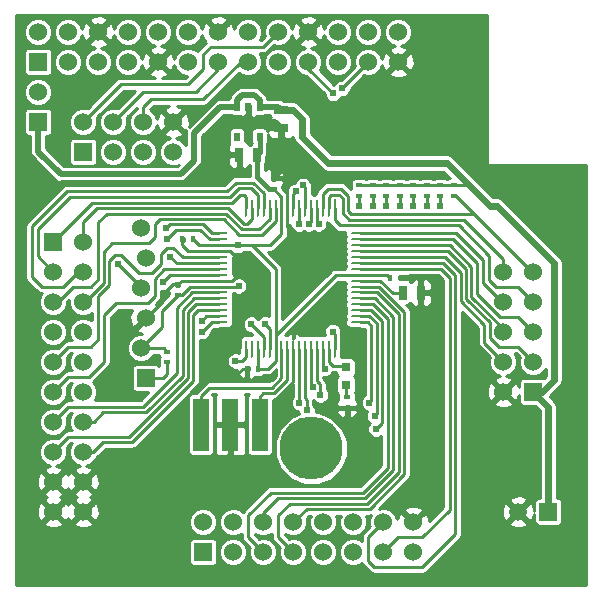
<source format=gtl>
G04 (created by PCBNEW-RS274X (2012-apr-16-27)-stable) date Sunday 03,March,2013 08:17:15 AM SGT*
G01*
G70*
G90*
%MOIN*%
G04 Gerber Fmt 3.4, Leading zero omitted, Abs format*
%FSLAX34Y34*%
G04 APERTURE LIST*
%ADD10C,0.006000*%
%ADD11R,0.059100X0.059100*%
%ADD12C,0.059100*%
%ADD13R,0.060000X0.060000*%
%ADD14C,0.060000*%
%ADD15R,0.009800X0.060000*%
%ADD16O,0.009800X0.060000*%
%ADD17O,0.060000X0.009800*%
%ADD18R,0.020000X0.030000*%
%ADD19R,0.025000X0.045000*%
%ADD20R,0.045000X0.025000*%
%ADD21R,0.023600X0.015700*%
%ADD22R,0.015700X0.023600*%
%ADD23R,0.055100X0.174800*%
%ADD24R,0.031400X0.031400*%
%ADD25C,0.210000*%
%ADD26C,0.024000*%
%ADD27C,0.010000*%
%ADD28C,0.016000*%
%ADD29C,0.020000*%
%ADD30C,0.024000*%
G04 APERTURE END LIST*
G54D10*
G54D11*
X68050Y-44100D03*
G54D12*
X67050Y-44100D03*
G54D13*
X54630Y-39650D03*
G54D14*
X54470Y-38650D03*
X54630Y-37650D03*
X54470Y-36650D03*
X54630Y-35650D03*
X54470Y-34650D03*
G54D15*
X60926Y-33989D03*
G54D16*
X60729Y-33989D03*
X60532Y-33989D03*
X60335Y-33989D03*
X60138Y-33989D03*
X59942Y-33989D03*
X59745Y-33989D03*
X59548Y-33989D03*
X59351Y-33989D03*
X59154Y-33989D03*
X58957Y-33989D03*
X58761Y-33989D03*
X58564Y-33989D03*
X58367Y-33989D03*
X58170Y-33989D03*
X57973Y-33989D03*
G54D17*
X57075Y-34824D03*
X57075Y-35021D03*
X57075Y-35218D03*
X57075Y-35415D03*
X57075Y-35612D03*
X57075Y-35808D03*
X57075Y-36005D03*
X57075Y-36202D03*
X57075Y-36399D03*
X57075Y-36596D03*
X57075Y-36793D03*
X57075Y-36989D03*
X57075Y-37186D03*
X57075Y-37383D03*
X57075Y-37580D03*
X57075Y-37777D03*
G54D16*
X57973Y-38675D03*
X58170Y-38675D03*
X58367Y-38675D03*
X58564Y-38675D03*
X58761Y-38675D03*
X58957Y-38675D03*
X59154Y-38675D03*
X59351Y-38675D03*
X59548Y-38675D03*
X59745Y-38675D03*
X59942Y-38675D03*
X60138Y-38675D03*
X60335Y-38675D03*
X60532Y-38675D03*
X60729Y-38675D03*
X60926Y-38675D03*
G54D17*
X61761Y-37777D03*
X61761Y-37580D03*
X61761Y-37186D03*
X61768Y-37383D03*
X61761Y-36989D03*
X61761Y-36793D03*
X61761Y-36596D03*
X61761Y-36399D03*
X61761Y-36202D03*
X61761Y-36005D03*
X61761Y-35811D03*
X61761Y-35614D03*
X61761Y-35417D03*
X61761Y-35220D03*
X61761Y-35024D03*
X61761Y-34827D03*
G54D13*
X51050Y-29100D03*
G54D14*
X51050Y-28100D03*
X52050Y-29100D03*
X52050Y-28100D03*
X53050Y-29100D03*
X53050Y-28100D03*
X54050Y-29100D03*
X54050Y-28100D03*
X55050Y-29100D03*
X55050Y-28100D03*
X56050Y-29100D03*
X56050Y-28100D03*
X57050Y-29100D03*
X57050Y-28100D03*
X58050Y-29100D03*
X58050Y-28100D03*
X59050Y-29100D03*
X59050Y-28100D03*
X60050Y-29100D03*
X60050Y-28100D03*
X61050Y-29100D03*
X61050Y-28100D03*
X62050Y-29100D03*
X62050Y-28100D03*
X63050Y-29100D03*
X63050Y-28100D03*
G54D18*
X58425Y-30600D03*
X57675Y-30600D03*
X58425Y-31600D03*
X58050Y-30600D03*
X57675Y-31600D03*
G54D19*
X58350Y-32200D03*
X57750Y-32200D03*
G54D20*
X59150Y-30700D03*
X59150Y-31300D03*
G54D21*
X58890Y-33337D03*
X58890Y-32983D03*
X55350Y-38773D03*
X55350Y-39127D03*
X61750Y-33577D03*
X61750Y-33223D03*
X62200Y-33577D03*
X62200Y-33223D03*
X62650Y-33577D03*
X62650Y-33223D03*
X63100Y-33577D03*
X63100Y-33223D03*
X63550Y-33577D03*
X63550Y-33223D03*
X64000Y-33577D03*
X64000Y-33223D03*
X64450Y-33577D03*
X64450Y-33223D03*
X64900Y-33577D03*
X64900Y-33223D03*
X61340Y-40637D03*
X61340Y-40283D03*
G54D22*
X62773Y-36300D03*
X63127Y-36300D03*
X58367Y-39330D03*
X58013Y-39330D03*
G54D21*
X55700Y-36877D03*
X55700Y-36523D03*
G54D22*
X56197Y-35020D03*
X55843Y-35020D03*
G54D23*
X57450Y-41200D03*
X58434Y-41200D03*
X56466Y-41200D03*
G54D24*
X61300Y-39285D03*
X61300Y-39875D03*
G54D13*
X51550Y-35100D03*
G54D14*
X52550Y-35100D03*
X51550Y-36100D03*
X52550Y-36100D03*
X51550Y-37100D03*
X52550Y-37100D03*
X51550Y-38100D03*
X52550Y-38100D03*
X51550Y-39100D03*
X52550Y-39100D03*
X51550Y-40100D03*
X52550Y-40100D03*
X51550Y-41100D03*
X52550Y-41100D03*
X51550Y-42100D03*
X52550Y-42100D03*
X51550Y-43100D03*
X52550Y-43100D03*
X51550Y-44100D03*
X52550Y-44100D03*
G54D13*
X67550Y-40100D03*
G54D14*
X66550Y-40100D03*
X67550Y-39100D03*
X66550Y-39100D03*
X67550Y-38100D03*
X66550Y-38100D03*
X67550Y-37100D03*
X66550Y-37100D03*
X67550Y-36100D03*
X66550Y-36100D03*
G54D19*
X63200Y-36800D03*
X63800Y-36800D03*
G54D13*
X56550Y-45450D03*
G54D14*
X56550Y-44450D03*
X57550Y-45450D03*
X57550Y-44450D03*
X58550Y-45450D03*
X58550Y-44450D03*
X59550Y-45450D03*
X59550Y-44450D03*
X60550Y-45450D03*
X60550Y-44450D03*
X61550Y-45450D03*
X61550Y-44450D03*
X62550Y-45450D03*
X62550Y-44450D03*
X63550Y-45450D03*
X63550Y-44450D03*
G54D13*
X52550Y-32100D03*
G54D14*
X52550Y-31100D03*
X53550Y-32100D03*
X53550Y-31100D03*
X54550Y-32100D03*
X54550Y-31100D03*
X55550Y-32100D03*
X55550Y-31100D03*
G54D13*
X51050Y-31100D03*
G54D14*
X51050Y-30100D03*
G54D25*
X60145Y-41994D03*
G54D26*
X57700Y-35225D03*
X57725Y-36575D03*
X64450Y-33900D03*
X53700Y-35850D03*
X55300Y-34650D03*
X55350Y-35000D03*
X55450Y-35600D03*
X55200Y-36450D03*
X60860Y-38100D03*
X59625Y-33425D03*
X60590Y-39335D03*
X62080Y-40470D03*
X62260Y-40910D03*
X62305Y-41345D03*
X59745Y-40470D03*
X60000Y-40725D03*
X60195Y-39955D03*
X60450Y-40215D03*
X57620Y-39080D03*
X59740Y-34510D03*
X59875Y-33225D03*
X60880Y-30160D03*
X60060Y-34510D03*
X58150Y-37850D03*
X58600Y-37850D03*
X56500Y-38100D03*
X60390Y-34510D03*
X61170Y-29990D03*
X56490Y-37740D03*
X61750Y-33900D03*
X62200Y-33900D03*
X62650Y-33900D03*
X63100Y-33900D03*
X63550Y-33900D03*
X64000Y-33900D03*
X58900Y-32350D03*
X59750Y-36250D03*
X59250Y-36750D03*
X57000Y-33000D03*
X59400Y-32350D03*
X59150Y-32100D03*
X58250Y-36250D03*
X58500Y-37000D03*
X59750Y-36000D03*
X61500Y-38150D03*
X57000Y-32250D03*
X58500Y-36500D03*
X58250Y-36750D03*
X57250Y-32750D03*
X58500Y-37250D03*
X59400Y-32100D03*
X60000Y-36750D03*
X60000Y-36250D03*
X57250Y-33000D03*
X58900Y-31850D03*
X57000Y-32000D03*
X57000Y-32500D03*
X60000Y-36000D03*
X58250Y-37000D03*
X59250Y-36000D03*
X59400Y-31850D03*
X57250Y-32500D03*
X58500Y-36750D03*
X59250Y-36250D03*
X57250Y-31750D03*
X58500Y-36250D03*
X58250Y-36000D03*
X59150Y-32600D03*
X61750Y-38650D03*
X61750Y-38900D03*
X59500Y-36000D03*
X61500Y-38400D03*
X59500Y-36750D03*
X61750Y-38150D03*
X61500Y-38650D03*
X57250Y-31500D03*
X57250Y-32250D03*
X61750Y-38400D03*
X58250Y-36500D03*
X59400Y-32600D03*
X59500Y-36500D03*
X59750Y-36750D03*
X59250Y-36500D03*
X58900Y-32100D03*
X59500Y-36250D03*
X57250Y-32000D03*
X57000Y-31500D03*
X58900Y-32600D03*
X57000Y-32750D03*
X57000Y-31750D03*
X59150Y-32350D03*
X59750Y-36500D03*
X57250Y-31250D03*
X60000Y-36500D03*
X59150Y-31850D03*
G54D27*
X58957Y-36007D02*
X58957Y-38223D01*
G54D28*
X58350Y-32950D02*
X58350Y-32200D01*
G54D27*
X56395Y-35218D02*
X56197Y-35020D01*
X55227Y-38650D02*
X55350Y-38773D01*
X54470Y-38650D02*
X55175Y-37945D01*
X58367Y-39330D02*
X58367Y-38675D01*
X59154Y-33601D02*
X58890Y-33337D01*
X58957Y-38675D02*
X58957Y-38223D01*
X55175Y-37402D02*
X55700Y-36877D01*
X61761Y-36202D02*
X62675Y-36202D01*
X60963Y-36217D02*
X61761Y-36217D01*
X62675Y-36202D02*
X62773Y-36300D01*
X58957Y-39083D02*
X58710Y-39330D01*
X58957Y-38223D02*
X60963Y-36217D01*
X59154Y-34846D02*
X58782Y-35218D01*
X58175Y-35225D02*
X58957Y-36007D01*
X55835Y-36877D02*
X55700Y-36877D01*
X54470Y-38650D02*
X55227Y-38650D01*
X57075Y-36596D02*
X56116Y-36596D01*
X57075Y-36596D02*
X57704Y-36596D01*
G54D28*
X58350Y-32200D02*
X58425Y-32125D01*
G54D27*
X58957Y-38675D02*
X58957Y-39083D01*
G54D28*
X58350Y-32950D02*
X58737Y-33337D01*
X58425Y-32125D02*
X58425Y-31600D01*
G54D27*
X55175Y-37945D02*
X55175Y-37402D01*
X58710Y-39330D02*
X58367Y-39330D01*
X57075Y-35218D02*
X56395Y-35218D01*
G54D28*
X58737Y-33337D02*
X58890Y-33337D01*
G54D27*
X59154Y-33989D02*
X59154Y-34846D01*
X57700Y-35218D02*
X57700Y-35225D01*
X61761Y-36217D02*
X61761Y-36202D01*
X57700Y-35225D02*
X58175Y-35225D01*
X57704Y-36596D02*
X57725Y-36575D01*
X57700Y-35218D02*
X57075Y-35218D01*
X59154Y-33989D02*
X59154Y-33601D01*
X58782Y-35218D02*
X57700Y-35218D01*
X56116Y-36596D02*
X55835Y-36877D01*
X64450Y-33223D02*
X64900Y-33223D01*
G54D29*
X51050Y-32100D02*
X51800Y-32850D01*
G54D30*
X66100Y-33900D02*
X66350Y-33900D01*
X59150Y-30700D02*
X59540Y-30700D01*
X68250Y-39700D02*
X68250Y-35800D01*
G54D27*
X65423Y-33223D02*
X65400Y-33200D01*
G54D29*
X58425Y-30375D02*
X58425Y-30600D01*
G54D27*
X63550Y-33223D02*
X64000Y-33223D01*
G54D29*
X57120Y-30600D02*
X57675Y-30600D01*
G54D27*
X61750Y-33223D02*
X62200Y-33223D01*
G54D29*
X56240Y-32410D02*
X56240Y-31480D01*
X58250Y-30200D02*
X58425Y-30375D01*
G54D30*
X59840Y-31000D02*
X59540Y-30700D01*
X67550Y-40100D02*
X68050Y-40600D01*
X68050Y-40600D02*
X68050Y-44100D01*
G54D29*
X55800Y-32850D02*
X56240Y-32410D01*
G54D27*
X62200Y-33223D02*
X62650Y-33223D01*
G54D29*
X57675Y-30600D02*
X57675Y-30375D01*
G54D30*
X65400Y-33200D02*
X66100Y-33900D01*
G54D29*
X58425Y-30600D02*
X59050Y-30600D01*
X59050Y-30600D02*
X59150Y-30700D01*
G54D27*
X62650Y-33223D02*
X63100Y-33223D01*
G54D30*
X60715Y-32475D02*
X59840Y-31600D01*
X64675Y-32475D02*
X65400Y-33200D01*
X66350Y-33900D02*
X68250Y-35800D01*
X59840Y-31600D02*
X59840Y-31000D01*
G54D27*
X63100Y-33223D02*
X63550Y-33223D01*
X64000Y-33223D02*
X64450Y-33223D01*
G54D29*
X51800Y-32850D02*
X55800Y-32850D01*
X57850Y-30200D02*
X58250Y-30200D01*
G54D27*
X64900Y-33223D02*
X65423Y-33223D01*
G54D30*
X60715Y-32475D02*
X64675Y-32475D01*
X67850Y-40100D02*
X67550Y-40100D01*
G54D29*
X51050Y-31100D02*
X51050Y-32100D01*
X56240Y-31480D02*
X57120Y-30600D01*
G54D30*
X67850Y-40100D02*
X68250Y-39700D01*
G54D29*
X57675Y-30375D02*
X57850Y-30200D01*
G54D27*
X61420Y-34370D02*
X65250Y-34370D01*
X60800Y-33530D02*
X61080Y-33530D01*
X61200Y-33650D02*
X61200Y-34150D01*
X66550Y-36100D02*
X66550Y-35670D01*
X61080Y-33530D02*
X61200Y-33650D01*
X61200Y-34150D02*
X61420Y-34370D01*
X60729Y-33601D02*
X60729Y-33989D01*
X60729Y-33601D02*
X60800Y-33530D01*
X66550Y-35670D02*
X65250Y-34370D01*
X64450Y-33577D02*
X64450Y-33900D01*
X53700Y-35850D02*
X54470Y-36620D01*
X57973Y-33989D02*
X57973Y-33623D01*
X57973Y-33623D02*
X57900Y-33550D01*
X57520Y-33798D02*
X52852Y-33798D01*
X54470Y-36620D02*
X54470Y-36650D01*
X57768Y-33550D02*
X57520Y-33798D01*
X52852Y-33798D02*
X51550Y-35100D01*
X57900Y-33550D02*
X57768Y-33550D01*
X58000Y-34500D02*
X57900Y-34500D01*
X58170Y-34330D02*
X58000Y-34500D01*
X58170Y-34330D02*
X58170Y-33989D01*
X57900Y-34500D02*
X57380Y-33980D01*
X57380Y-33980D02*
X53020Y-33980D01*
X52550Y-34450D02*
X52550Y-35100D01*
X53020Y-33980D02*
X52550Y-34450D01*
X58130Y-33320D02*
X57740Y-33320D01*
X57740Y-33320D02*
X57450Y-33610D01*
X57450Y-33610D02*
X52100Y-33610D01*
X52100Y-33610D02*
X51030Y-34680D01*
X58367Y-33557D02*
X58130Y-33320D01*
X51030Y-34680D02*
X51030Y-35580D01*
X51030Y-35580D02*
X51550Y-36100D01*
X58367Y-33989D02*
X58367Y-33557D01*
X51160Y-36600D02*
X51880Y-36600D01*
X52010Y-33420D02*
X50840Y-34590D01*
X50840Y-36280D02*
X51160Y-36600D01*
X52380Y-36100D02*
X52550Y-36100D01*
X50840Y-34590D02*
X50840Y-36280D01*
X57340Y-33420D02*
X52010Y-33420D01*
X58210Y-33130D02*
X57630Y-33130D01*
X51880Y-36600D02*
X52380Y-36100D01*
X58564Y-33484D02*
X58210Y-33130D01*
X58564Y-33989D02*
X58564Y-33484D01*
X57630Y-33130D02*
X57340Y-33420D01*
X58761Y-33989D02*
X58761Y-34339D01*
X58418Y-34682D02*
X57824Y-34682D01*
X57824Y-34682D02*
X57304Y-34162D01*
X51700Y-37100D02*
X51550Y-37100D01*
X58761Y-34339D02*
X58418Y-34682D01*
X53050Y-34450D02*
X53050Y-36354D01*
X57304Y-34162D02*
X53338Y-34162D01*
X53338Y-34162D02*
X53050Y-34450D01*
X53050Y-36354D02*
X52804Y-36600D01*
X52200Y-36600D02*
X51700Y-37100D01*
X52804Y-36600D02*
X52200Y-36600D01*
X58957Y-34418D02*
X58511Y-34864D01*
X57748Y-34862D02*
X57746Y-34862D01*
X52600Y-37100D02*
X52550Y-37100D01*
X54950Y-34950D02*
X54750Y-35150D01*
X57746Y-34862D02*
X57228Y-34344D01*
X53232Y-35440D02*
X53232Y-36468D01*
X55106Y-34344D02*
X54950Y-34500D01*
X57228Y-34344D02*
X55106Y-34344D01*
X58511Y-34864D02*
X57748Y-34864D01*
X57748Y-34864D02*
X57748Y-34862D01*
X53522Y-35150D02*
X53232Y-35440D01*
X54750Y-35150D02*
X53522Y-35150D01*
X58957Y-34418D02*
X58957Y-33989D01*
X53232Y-36468D02*
X52600Y-37100D01*
X54950Y-34500D02*
X54950Y-34950D01*
X56828Y-34824D02*
X57075Y-34824D01*
X56530Y-34526D02*
X55424Y-34526D01*
X56828Y-34824D02*
X56530Y-34526D01*
X55424Y-34526D02*
X55300Y-34650D01*
X57075Y-35021D02*
X56767Y-35021D01*
X55642Y-34708D02*
X55350Y-35000D01*
X56767Y-35021D02*
X56454Y-34708D01*
X56454Y-34708D02*
X55642Y-34708D01*
X53414Y-36544D02*
X53414Y-35736D01*
X53050Y-36908D02*
X53414Y-36544D01*
X54400Y-36150D02*
X54850Y-36150D01*
X55350Y-35300D02*
X55550Y-35300D01*
X51550Y-39100D02*
X52050Y-38600D01*
X52050Y-38600D02*
X52800Y-38600D01*
X55150Y-35500D02*
X55350Y-35300D01*
X53800Y-35550D02*
X54400Y-36150D01*
X53050Y-38350D02*
X53050Y-36908D01*
X55550Y-35300D02*
X55862Y-35612D01*
X52800Y-38600D02*
X53050Y-38350D01*
X54850Y-36150D02*
X55150Y-35850D01*
X53600Y-35550D02*
X53800Y-35550D01*
X55150Y-35850D02*
X55150Y-35500D01*
X55862Y-35612D02*
X57075Y-35612D01*
X53414Y-35736D02*
X53600Y-35550D01*
X55658Y-35808D02*
X55450Y-35600D01*
X57075Y-35808D02*
X55658Y-35808D01*
X57075Y-36005D02*
X55254Y-36005D01*
X54925Y-36925D02*
X54700Y-37150D01*
X53250Y-39100D02*
X52750Y-39600D01*
X53632Y-37150D02*
X53250Y-37532D01*
X54925Y-36334D02*
X54925Y-36925D01*
X52050Y-39600D02*
X51550Y-40100D01*
X53250Y-37532D02*
X53250Y-39100D01*
X54700Y-37150D02*
X53632Y-37150D01*
X55254Y-36005D02*
X54925Y-36334D01*
X52750Y-39600D02*
X52050Y-39600D01*
X55448Y-36202D02*
X55200Y-36450D01*
X57075Y-36202D02*
X55448Y-36202D01*
X55675Y-39475D02*
X54550Y-40600D01*
X56187Y-36793D02*
X55675Y-37305D01*
X57075Y-36793D02*
X56187Y-36793D01*
X52050Y-40600D02*
X51550Y-41100D01*
X55675Y-37305D02*
X55675Y-39475D01*
X54550Y-40600D02*
X52050Y-40600D01*
X57075Y-36989D02*
X56249Y-36989D01*
X55857Y-39563D02*
X54638Y-40782D01*
X55857Y-37381D02*
X55857Y-39563D01*
X53218Y-40782D02*
X52900Y-41100D01*
X56249Y-36989D02*
X55857Y-37381D01*
X52900Y-41100D02*
X52550Y-41100D01*
X54638Y-40782D02*
X53218Y-40782D01*
X57075Y-37186D02*
X56310Y-37186D01*
X56039Y-37457D02*
X56039Y-39643D01*
X56310Y-37186D02*
X56039Y-37457D01*
X52050Y-41600D02*
X51550Y-42100D01*
X54082Y-41600D02*
X52050Y-41600D01*
X56039Y-39643D02*
X54082Y-41600D01*
X52550Y-42100D02*
X52882Y-42100D01*
X56221Y-39729D02*
X56221Y-37533D01*
X54168Y-41782D02*
X56221Y-39729D01*
X56371Y-37383D02*
X57075Y-37383D01*
X56221Y-37533D02*
X56371Y-37383D01*
X52882Y-42100D02*
X53200Y-41782D01*
X53200Y-41782D02*
X54168Y-41782D01*
X61382Y-33562D02*
X61382Y-34074D01*
X61150Y-33330D02*
X61382Y-33562D01*
X67550Y-36100D02*
X67550Y-36160D01*
X61483Y-34175D02*
X65565Y-34175D01*
X60710Y-33330D02*
X61150Y-33330D01*
X60532Y-33508D02*
X60532Y-33989D01*
X60532Y-33508D02*
X60710Y-33330D01*
X64900Y-33577D02*
X64967Y-33577D01*
X67550Y-36160D02*
X65565Y-34175D01*
X61382Y-34074D02*
X61483Y-34175D01*
X64967Y-33577D02*
X65565Y-34175D01*
X60926Y-38675D02*
X60926Y-38166D01*
X60926Y-38166D02*
X60860Y-38100D01*
X59548Y-33989D02*
X59548Y-33502D01*
X59625Y-33425D02*
X59548Y-33502D01*
X54550Y-30100D02*
X53550Y-31100D01*
X57050Y-29350D02*
X56300Y-30100D01*
X56300Y-30100D02*
X54550Y-30100D01*
X57050Y-29100D02*
X57050Y-29350D01*
X54550Y-30600D02*
X54800Y-30350D01*
X54550Y-30600D02*
X54550Y-31100D01*
X58050Y-29100D02*
X57800Y-29100D01*
X56550Y-30350D02*
X54800Y-30350D01*
X57800Y-29100D02*
X56550Y-30350D01*
X56550Y-29350D02*
X56050Y-29850D01*
X56050Y-29850D02*
X53800Y-29850D01*
X59050Y-28100D02*
X58550Y-28600D01*
X56800Y-28600D02*
X56550Y-28850D01*
X56550Y-28850D02*
X56550Y-29350D01*
X53800Y-29850D02*
X52550Y-31100D01*
X58550Y-28600D02*
X56800Y-28600D01*
X60532Y-39277D02*
X60532Y-38675D01*
X60590Y-39335D02*
X60532Y-39277D01*
X62150Y-37900D02*
X62150Y-40400D01*
X62027Y-37777D02*
X62150Y-37900D01*
X62080Y-40470D02*
X62150Y-40400D01*
X61761Y-37777D02*
X62027Y-37777D01*
X62088Y-37580D02*
X61761Y-37580D01*
X62332Y-37824D02*
X62332Y-40838D01*
X62260Y-40910D02*
X62332Y-40838D01*
X62088Y-37580D02*
X62332Y-37824D01*
X61768Y-37383D02*
X62149Y-37383D01*
X62514Y-41136D02*
X62514Y-37748D01*
X62305Y-41345D02*
X62514Y-41136D01*
X62149Y-37383D02*
X62514Y-37748D01*
X61862Y-43464D02*
X62696Y-42630D01*
X61761Y-37186D02*
X62210Y-37186D01*
X62696Y-37672D02*
X62696Y-42630D01*
X58050Y-44950D02*
X58550Y-45450D01*
X62210Y-37186D02*
X62696Y-37672D01*
X58806Y-43464D02*
X61862Y-43464D01*
X58050Y-44950D02*
X58050Y-44220D01*
X58050Y-44220D02*
X58806Y-43464D01*
X61938Y-43646D02*
X59046Y-43646D01*
X61761Y-36989D02*
X62271Y-36989D01*
X58550Y-44142D02*
X58550Y-44450D01*
X62878Y-42706D02*
X62878Y-37596D01*
X62271Y-36989D02*
X62878Y-37596D01*
X61938Y-43646D02*
X62878Y-42706D01*
X59046Y-43646D02*
X58550Y-44142D01*
X63060Y-37520D02*
X63060Y-42782D01*
X59442Y-43828D02*
X62014Y-43828D01*
X59050Y-44950D02*
X59050Y-44220D01*
X59050Y-44950D02*
X59550Y-45450D01*
X62014Y-43828D02*
X63060Y-42782D01*
X61761Y-36793D02*
X62333Y-36793D01*
X62333Y-36793D02*
X63060Y-37520D01*
X59050Y-44220D02*
X59442Y-43828D01*
X62394Y-36596D02*
X63242Y-37444D01*
X59550Y-44450D02*
X59990Y-44010D01*
X62394Y-36596D02*
X61761Y-36596D01*
X62090Y-44010D02*
X63242Y-42858D01*
X59990Y-44010D02*
X62090Y-44010D01*
X63242Y-37444D02*
X63242Y-42858D01*
X59745Y-40470D02*
X59745Y-38675D01*
X59942Y-40312D02*
X60000Y-40370D01*
X60000Y-40370D02*
X60000Y-40725D01*
X59942Y-40312D02*
X59942Y-38675D01*
X60138Y-38675D02*
X60138Y-39898D01*
X60138Y-39898D02*
X60195Y-39955D01*
X60335Y-39740D02*
X60450Y-39855D01*
X60335Y-39740D02*
X60335Y-38675D01*
X60450Y-39855D02*
X60450Y-40215D01*
X63850Y-44950D02*
X63050Y-44950D01*
X64760Y-43750D02*
X64760Y-44040D01*
X64760Y-36296D02*
X64760Y-43750D01*
X61761Y-36005D02*
X64469Y-36005D01*
X63050Y-44950D02*
X62550Y-45450D01*
X64760Y-44040D02*
X63850Y-44950D01*
X64760Y-43750D02*
X64760Y-43740D01*
X64469Y-36005D02*
X64760Y-36296D01*
X62050Y-45750D02*
X62050Y-44950D01*
X61761Y-35811D02*
X64533Y-35811D01*
X62250Y-45950D02*
X62050Y-45750D01*
X63850Y-45950D02*
X62250Y-45950D01*
X64942Y-44858D02*
X63850Y-45950D01*
X64942Y-44450D02*
X64942Y-44458D01*
X64942Y-36220D02*
X64942Y-44450D01*
X64942Y-44450D02*
X64942Y-44858D01*
X64533Y-35811D02*
X64942Y-36220D01*
X62050Y-44950D02*
X62550Y-44450D01*
X57840Y-39080D02*
X57620Y-39080D01*
X57973Y-38947D02*
X57840Y-39080D01*
X57973Y-38675D02*
X57973Y-38947D01*
X60729Y-39109D02*
X60860Y-39240D01*
X60729Y-38675D02*
X60729Y-39109D01*
X60860Y-39240D02*
X61255Y-39240D01*
X61255Y-39240D02*
X61300Y-39285D01*
X59745Y-34505D02*
X59740Y-34510D01*
X54630Y-39650D02*
X55200Y-39650D01*
X55350Y-39500D02*
X55350Y-39127D01*
X55200Y-39650D02*
X55350Y-39500D01*
X59745Y-33989D02*
X59745Y-34505D01*
X59942Y-33989D02*
X59942Y-33292D01*
X59942Y-33292D02*
X59875Y-33225D01*
X60050Y-29330D02*
X60050Y-29100D01*
X60138Y-33989D02*
X60138Y-34432D01*
X60138Y-34432D02*
X60060Y-34510D01*
X60880Y-30160D02*
X60050Y-29330D01*
X59154Y-38675D02*
X59154Y-39646D01*
X58832Y-39968D02*
X56732Y-39968D01*
X56732Y-39968D02*
X56466Y-40234D01*
X56466Y-40234D02*
X56466Y-41200D01*
X59154Y-39646D02*
X58832Y-39968D01*
X59351Y-38675D02*
X59351Y-39707D01*
X58434Y-40266D02*
X58434Y-41200D01*
X58550Y-40150D02*
X58434Y-40266D01*
X58908Y-40150D02*
X58550Y-40150D01*
X59351Y-39707D02*
X58908Y-40150D01*
X58564Y-38675D02*
X58564Y-38264D01*
X58564Y-38264D02*
X58150Y-37850D01*
X58761Y-38011D02*
X58600Y-37850D01*
X58761Y-38675D02*
X58761Y-38011D01*
X56500Y-38100D02*
X56823Y-37777D01*
X57075Y-37777D02*
X56823Y-37777D01*
X60335Y-33989D02*
X60335Y-34455D01*
X61170Y-29990D02*
X62050Y-29110D01*
X62050Y-29110D02*
X62050Y-29100D01*
X60335Y-34455D02*
X60390Y-34510D01*
X56650Y-37580D02*
X56490Y-37740D01*
X56650Y-37580D02*
X57075Y-37580D01*
X61761Y-35614D02*
X64594Y-35614D01*
X65124Y-37089D02*
X65913Y-37878D01*
X64594Y-35614D02*
X65124Y-36144D01*
X65124Y-36144D02*
X65124Y-37089D01*
X65913Y-38463D02*
X66550Y-39100D01*
X65913Y-37878D02*
X65913Y-38463D01*
X61750Y-33577D02*
X61750Y-33900D01*
X65306Y-37004D02*
X66095Y-37793D01*
X61761Y-35417D02*
X64699Y-35417D01*
X64699Y-35417D02*
X65306Y-36024D01*
X67050Y-38600D02*
X67550Y-39100D01*
X66095Y-37793D02*
X66095Y-38295D01*
X66095Y-38295D02*
X66400Y-38600D01*
X66400Y-38600D02*
X67050Y-38600D01*
X62200Y-33900D02*
X62200Y-33577D01*
X65306Y-36024D02*
X65306Y-37004D01*
X62650Y-33577D02*
X62650Y-33900D01*
X61761Y-35220D02*
X64780Y-35220D01*
X66550Y-37990D02*
X66550Y-38100D01*
X64780Y-35220D02*
X65488Y-35928D01*
X65488Y-35928D02*
X65488Y-36928D01*
X65488Y-36928D02*
X66550Y-37990D01*
X65670Y-36830D02*
X65670Y-35820D01*
X67050Y-37600D02*
X66440Y-37600D01*
X67550Y-38100D02*
X67050Y-37600D01*
X66440Y-37600D02*
X65670Y-36830D01*
X63100Y-33577D02*
X63100Y-33900D01*
X64874Y-35024D02*
X61761Y-35024D01*
X65670Y-35820D02*
X64874Y-35024D01*
X65880Y-36480D02*
X65880Y-35720D01*
X63550Y-33577D02*
X63550Y-33900D01*
X66500Y-37100D02*
X65880Y-36480D01*
X64987Y-34827D02*
X61761Y-34827D01*
X66550Y-37100D02*
X66500Y-37100D01*
X65880Y-35720D02*
X64987Y-34827D01*
X66300Y-36600D02*
X66070Y-36370D01*
X60926Y-34386D02*
X61100Y-34560D01*
X61100Y-34560D02*
X65060Y-34560D01*
X66070Y-36370D02*
X66070Y-35570D01*
X60926Y-34386D02*
X60926Y-33989D01*
X66070Y-35570D02*
X65060Y-34560D01*
X67550Y-37100D02*
X67050Y-36600D01*
X64000Y-33577D02*
X64000Y-33900D01*
X67050Y-36600D02*
X66300Y-36600D01*
X56292Y-40150D02*
X56724Y-39718D01*
X56158Y-40150D02*
X56292Y-40150D01*
X55550Y-27600D02*
X56550Y-27600D01*
X57450Y-42150D02*
X57350Y-42250D01*
X59351Y-34601D02*
X59900Y-35150D01*
X57075Y-35415D02*
X56055Y-35415D01*
X57000Y-32000D02*
X57100Y-31900D01*
X58900Y-32350D02*
X58900Y-32600D01*
X59150Y-32600D02*
X59150Y-32350D01*
X57750Y-32200D02*
X57050Y-32200D01*
X56050Y-42150D02*
X56050Y-40258D01*
X57075Y-35415D02*
X57455Y-35415D01*
X59500Y-36250D02*
X59250Y-36250D01*
G54D28*
X56820Y-32200D02*
X55908Y-33112D01*
G54D27*
X60000Y-36250D02*
X60000Y-36500D01*
X58013Y-39582D02*
X57877Y-39718D01*
X58500Y-36250D02*
X58500Y-36500D01*
X53050Y-28100D02*
X53550Y-27600D01*
X56624Y-39718D02*
X57645Y-39718D01*
X59550Y-27600D02*
X60550Y-28600D01*
X57100Y-31900D02*
X57250Y-32000D01*
X59230Y-33180D02*
X59230Y-33080D01*
G54D28*
X51652Y-33300D02*
X51000Y-33300D01*
G54D27*
X58013Y-39330D02*
X58013Y-39582D01*
X57050Y-28100D02*
X57550Y-27600D01*
X55200Y-37080D02*
X54630Y-37650D01*
G54D29*
X57850Y-31100D02*
X57350Y-31100D01*
G54D27*
X58500Y-36750D02*
X58500Y-37000D01*
X57450Y-41200D02*
X57450Y-42150D01*
X62550Y-28600D02*
X63050Y-29100D01*
X59150Y-32100D02*
X59400Y-31850D01*
X58824Y-39718D02*
X58972Y-39570D01*
X59351Y-33989D02*
X59351Y-33301D01*
G54D28*
X57750Y-32200D02*
X56820Y-32200D01*
G54D27*
X53550Y-27600D02*
X54550Y-27600D01*
X54550Y-28600D02*
X55050Y-29100D01*
X57250Y-31750D02*
X57000Y-31750D01*
X57550Y-27600D02*
X59550Y-27600D01*
X59351Y-33989D02*
X59351Y-34601D01*
X66542Y-40100D02*
X66550Y-40100D01*
X57000Y-32150D02*
X57000Y-31500D01*
X57075Y-36399D02*
X55824Y-36399D01*
X58013Y-39330D02*
X58000Y-39343D01*
X58972Y-39570D02*
X58972Y-39350D01*
X57521Y-36399D02*
X57880Y-36040D01*
X59230Y-33080D02*
X59133Y-32983D01*
X58250Y-36750D02*
X58250Y-36500D01*
X57880Y-35825D02*
X57880Y-36040D01*
X58013Y-39330D02*
X57870Y-39330D01*
X59400Y-32100D02*
X59400Y-32350D01*
X58250Y-36250D02*
X58250Y-37000D01*
X56055Y-35415D02*
X55843Y-35203D01*
G54D29*
X58050Y-30900D02*
X57850Y-31100D01*
G54D27*
X57880Y-35840D02*
X57880Y-35825D01*
X59351Y-33301D02*
X59230Y-33180D01*
X61750Y-40550D02*
X61750Y-38900D01*
G54D29*
X57250Y-31200D02*
X57250Y-32000D01*
X59150Y-32723D02*
X59150Y-31300D01*
G54D27*
X56150Y-42250D02*
X56050Y-42150D01*
G54D28*
X55908Y-33112D02*
X51840Y-33112D01*
G54D27*
X57455Y-35415D02*
X57880Y-35840D01*
X51550Y-43100D02*
X52550Y-44100D01*
X57877Y-39718D02*
X58824Y-39718D01*
G54D29*
X57350Y-31100D02*
X57250Y-31200D01*
G54D27*
X59250Y-36000D02*
X59500Y-36000D01*
G54D29*
X59150Y-31300D02*
X58950Y-31100D01*
G54D27*
X57880Y-35825D02*
X58055Y-36000D01*
X57250Y-31250D02*
X57250Y-31500D01*
X55050Y-29100D02*
X55550Y-28600D01*
X55200Y-36850D02*
X55200Y-37080D01*
G54D29*
X58250Y-31100D02*
X58050Y-30900D01*
G54D27*
X59133Y-32983D02*
X58890Y-32983D01*
X60550Y-28600D02*
X62550Y-28600D01*
X58900Y-40350D02*
X58966Y-40350D01*
X59548Y-38675D02*
X59548Y-39768D01*
X58800Y-42250D02*
X57550Y-42250D01*
X55550Y-28600D02*
X55550Y-27600D01*
X60000Y-36750D02*
X59750Y-36750D01*
X55824Y-36399D02*
X55700Y-36523D01*
X55700Y-36523D02*
X55527Y-36523D01*
X55843Y-35203D02*
X55843Y-35020D01*
X61663Y-40637D02*
X61750Y-40550D01*
X59250Y-36500D02*
X59500Y-36500D01*
X57050Y-32200D02*
X57000Y-32150D01*
X61750Y-38150D02*
X61500Y-38150D01*
X61750Y-38650D02*
X61750Y-38400D01*
X61500Y-38400D02*
X61500Y-38650D01*
X57550Y-42250D02*
X57450Y-42150D01*
X61340Y-40637D02*
X61663Y-40637D01*
X55527Y-36523D02*
X55200Y-36850D01*
X57870Y-39330D02*
X57645Y-39555D01*
X56050Y-40258D02*
X56158Y-40150D01*
X52025Y-42625D02*
X51550Y-43100D01*
X57645Y-39555D02*
X57645Y-39718D01*
X59750Y-36000D02*
X60000Y-36000D01*
G54D29*
X58890Y-32983D02*
X59150Y-32723D01*
G54D27*
X57250Y-32750D02*
X57000Y-32750D01*
X57521Y-36399D02*
X57075Y-36399D01*
X57645Y-39718D02*
X57877Y-39718D01*
X58055Y-36000D02*
X58250Y-36000D01*
X58966Y-40350D02*
X59548Y-39768D01*
X58900Y-31850D02*
X58900Y-32100D01*
X57350Y-42250D02*
X56150Y-42250D01*
X57200Y-32200D02*
X57000Y-32250D01*
X59900Y-35150D02*
X60250Y-35150D01*
X59150Y-31300D02*
X59150Y-31850D01*
X58900Y-42150D02*
X58800Y-42250D01*
X57000Y-33000D02*
X57250Y-33000D01*
X52550Y-43100D02*
X52075Y-42625D01*
X52075Y-42625D02*
X52025Y-42625D01*
X58900Y-40350D02*
X58900Y-42150D01*
X59500Y-36750D02*
X59250Y-36750D01*
X54550Y-27600D02*
X54550Y-28600D01*
X57000Y-32500D02*
X57250Y-32500D01*
X51550Y-44100D02*
X52550Y-43100D01*
G54D28*
X51840Y-33112D02*
X51652Y-33300D01*
G54D27*
X56550Y-27600D02*
X57050Y-28100D01*
X59750Y-36500D02*
X59750Y-36250D01*
X57250Y-32250D02*
X57200Y-32200D01*
G54D29*
X58950Y-31100D02*
X58250Y-31100D01*
G54D27*
X61300Y-39875D02*
X61300Y-40243D01*
X61300Y-40243D02*
X61340Y-40283D01*
X61761Y-36399D02*
X62455Y-36399D01*
X62856Y-36800D02*
X63200Y-36800D01*
X62455Y-36399D02*
X62856Y-36800D01*
G54D10*
G36*
X55091Y-38950D02*
X55088Y-38953D01*
X55062Y-39015D01*
X55062Y-39083D01*
X55062Y-39239D01*
X55064Y-39244D01*
X55026Y-39206D01*
X54964Y-39180D01*
X54896Y-39180D01*
X54296Y-39180D01*
X54234Y-39206D01*
X54186Y-39254D01*
X54160Y-39316D01*
X54160Y-39384D01*
X54160Y-39984D01*
X54186Y-40046D01*
X54234Y-40094D01*
X54296Y-40120D01*
X54364Y-40120D01*
X54718Y-40120D01*
X54458Y-40380D01*
X52935Y-40380D01*
X52948Y-40367D01*
X53020Y-40194D01*
X53020Y-40007D01*
X52949Y-39834D01*
X52884Y-39769D01*
X52906Y-39756D01*
X53403Y-39257D01*
X53405Y-39256D01*
X53406Y-39256D01*
X53453Y-39184D01*
X53470Y-39100D01*
X53471Y-39100D01*
X53470Y-39095D01*
X53470Y-37623D01*
X53723Y-37370D01*
X54157Y-37370D01*
X54087Y-37571D01*
X54098Y-37784D01*
X54158Y-37931D01*
X54252Y-37958D01*
X54524Y-37685D01*
X54559Y-37650D01*
X54630Y-37579D01*
X54701Y-37650D01*
X54630Y-37721D01*
X54322Y-38028D01*
X54349Y-38122D01*
X54514Y-38180D01*
X54377Y-38180D01*
X54204Y-38251D01*
X54072Y-38383D01*
X54000Y-38556D01*
X54000Y-38743D01*
X54071Y-38916D01*
X54203Y-39048D01*
X54376Y-39120D01*
X54563Y-39120D01*
X54736Y-39049D01*
X54868Y-38917D01*
X54887Y-38870D01*
X55062Y-38870D01*
X55062Y-38885D01*
X55088Y-38947D01*
X55091Y-38950D01*
X55091Y-38950D01*
G37*
G54D27*
X55091Y-38950D02*
X55088Y-38953D01*
X55062Y-39015D01*
X55062Y-39083D01*
X55062Y-39239D01*
X55064Y-39244D01*
X55026Y-39206D01*
X54964Y-39180D01*
X54896Y-39180D01*
X54296Y-39180D01*
X54234Y-39206D01*
X54186Y-39254D01*
X54160Y-39316D01*
X54160Y-39384D01*
X54160Y-39984D01*
X54186Y-40046D01*
X54234Y-40094D01*
X54296Y-40120D01*
X54364Y-40120D01*
X54718Y-40120D01*
X54458Y-40380D01*
X52935Y-40380D01*
X52948Y-40367D01*
X53020Y-40194D01*
X53020Y-40007D01*
X52949Y-39834D01*
X52884Y-39769D01*
X52906Y-39756D01*
X53403Y-39257D01*
X53405Y-39256D01*
X53406Y-39256D01*
X53453Y-39184D01*
X53470Y-39100D01*
X53471Y-39100D01*
X53470Y-39095D01*
X53470Y-37623D01*
X53723Y-37370D01*
X54157Y-37370D01*
X54087Y-37571D01*
X54098Y-37784D01*
X54158Y-37931D01*
X54252Y-37958D01*
X54524Y-37685D01*
X54559Y-37650D01*
X54630Y-37579D01*
X54701Y-37650D01*
X54630Y-37721D01*
X54322Y-38028D01*
X54349Y-38122D01*
X54514Y-38180D01*
X54377Y-38180D01*
X54204Y-38251D01*
X54072Y-38383D01*
X54000Y-38556D01*
X54000Y-38743D01*
X54071Y-38916D01*
X54203Y-39048D01*
X54376Y-39120D01*
X54563Y-39120D01*
X54736Y-39049D01*
X54868Y-38917D01*
X54887Y-38870D01*
X55062Y-38870D01*
X55062Y-38885D01*
X55088Y-38947D01*
X55091Y-38950D01*
G54D10*
G36*
X55412Y-36853D02*
X55019Y-37246D01*
X55018Y-37247D01*
X54965Y-37194D01*
X55078Y-37082D01*
X55080Y-37081D01*
X55081Y-37081D01*
X55128Y-37009D01*
X55145Y-36925D01*
X55145Y-36739D01*
X55257Y-36739D01*
X55353Y-36699D01*
X55371Y-36742D01*
X55412Y-36783D01*
X55412Y-36833D01*
X55412Y-36853D01*
X55412Y-36853D01*
G37*
G54D27*
X55412Y-36853D02*
X55019Y-37246D01*
X55018Y-37247D01*
X54965Y-37194D01*
X55078Y-37082D01*
X55080Y-37081D01*
X55081Y-37081D01*
X55128Y-37009D01*
X55145Y-36925D01*
X55145Y-36739D01*
X55257Y-36739D01*
X55353Y-36699D01*
X55371Y-36742D01*
X55412Y-36783D01*
X55412Y-36833D01*
X55412Y-36853D01*
G54D10*
G36*
X55750Y-36573D02*
X55650Y-36573D01*
X55650Y-36562D01*
X55650Y-36484D01*
X55650Y-36473D01*
X55750Y-36473D01*
X55750Y-36484D01*
X55750Y-36562D01*
X55750Y-36573D01*
X55750Y-36573D01*
G37*
G54D27*
X55750Y-36573D02*
X55650Y-36573D01*
X55650Y-36562D01*
X55650Y-36484D01*
X55650Y-36473D01*
X55750Y-36473D01*
X55750Y-36484D01*
X55750Y-36562D01*
X55750Y-36573D01*
G54D10*
G36*
X55893Y-35070D02*
X55882Y-35070D01*
X55804Y-35070D01*
X55793Y-35070D01*
X55793Y-34970D01*
X55804Y-34970D01*
X55882Y-34970D01*
X55893Y-34970D01*
X55893Y-35070D01*
X55893Y-35070D01*
G37*
G54D27*
X55893Y-35070D02*
X55882Y-35070D01*
X55804Y-35070D01*
X55793Y-35070D01*
X55793Y-34970D01*
X55804Y-34970D01*
X55882Y-34970D01*
X55893Y-34970D01*
X55893Y-35070D01*
G54D10*
G36*
X61309Y-35712D02*
X61286Y-35768D01*
X61286Y-35854D01*
X61308Y-35908D01*
X61286Y-35962D01*
X61286Y-35997D01*
X60963Y-35997D01*
X60962Y-35997D01*
X60945Y-36000D01*
X60879Y-36014D01*
X60807Y-36061D01*
X60805Y-36063D01*
X59177Y-37691D01*
X59177Y-36007D01*
X59176Y-36006D01*
X59177Y-36006D01*
X59173Y-35989D01*
X59160Y-35923D01*
X59159Y-35922D01*
X59113Y-35851D01*
X59110Y-35849D01*
X58699Y-35438D01*
X58777Y-35438D01*
X58782Y-35439D01*
X58782Y-35438D01*
X58866Y-35421D01*
X58938Y-35374D01*
X59310Y-35002D01*
X59357Y-34930D01*
X59374Y-34846D01*
X59375Y-34846D01*
X59374Y-34841D01*
X59374Y-34539D01*
X59451Y-34539D01*
X59451Y-34567D01*
X59495Y-34673D01*
X59576Y-34755D01*
X59682Y-34799D01*
X59797Y-34799D01*
X59899Y-34756D01*
X60002Y-34799D01*
X60117Y-34799D01*
X60223Y-34755D01*
X60224Y-34753D01*
X60226Y-34755D01*
X60332Y-34799D01*
X60447Y-34799D01*
X60553Y-34755D01*
X60635Y-34674D01*
X60679Y-34568D01*
X60679Y-34461D01*
X60686Y-34464D01*
X60721Y-34464D01*
X60723Y-34470D01*
X60770Y-34542D01*
X60944Y-34716D01*
X61016Y-34763D01*
X61100Y-34781D01*
X61100Y-34780D01*
X61104Y-34780D01*
X61287Y-34780D01*
X61286Y-34784D01*
X61286Y-34870D01*
X61309Y-34925D01*
X61286Y-34981D01*
X61286Y-35067D01*
X61308Y-35122D01*
X61286Y-35177D01*
X61286Y-35263D01*
X61309Y-35318D01*
X61286Y-35374D01*
X61286Y-35460D01*
X61309Y-35515D01*
X61286Y-35571D01*
X61286Y-35657D01*
X61309Y-35712D01*
X61309Y-35712D01*
G37*
G54D27*
X61309Y-35712D02*
X61286Y-35768D01*
X61286Y-35854D01*
X61308Y-35908D01*
X61286Y-35962D01*
X61286Y-35997D01*
X60963Y-35997D01*
X60962Y-35997D01*
X60945Y-36000D01*
X60879Y-36014D01*
X60807Y-36061D01*
X60805Y-36063D01*
X59177Y-37691D01*
X59177Y-36007D01*
X59176Y-36006D01*
X59177Y-36006D01*
X59173Y-35989D01*
X59160Y-35923D01*
X59159Y-35922D01*
X59113Y-35851D01*
X59110Y-35849D01*
X58699Y-35438D01*
X58777Y-35438D01*
X58782Y-35439D01*
X58782Y-35438D01*
X58866Y-35421D01*
X58938Y-35374D01*
X59310Y-35002D01*
X59357Y-34930D01*
X59374Y-34846D01*
X59375Y-34846D01*
X59374Y-34841D01*
X59374Y-34539D01*
X59451Y-34539D01*
X59451Y-34567D01*
X59495Y-34673D01*
X59576Y-34755D01*
X59682Y-34799D01*
X59797Y-34799D01*
X59899Y-34756D01*
X60002Y-34799D01*
X60117Y-34799D01*
X60223Y-34755D01*
X60224Y-34753D01*
X60226Y-34755D01*
X60332Y-34799D01*
X60447Y-34799D01*
X60553Y-34755D01*
X60635Y-34674D01*
X60679Y-34568D01*
X60679Y-34461D01*
X60686Y-34464D01*
X60721Y-34464D01*
X60723Y-34470D01*
X60770Y-34542D01*
X60944Y-34716D01*
X61016Y-34763D01*
X61100Y-34781D01*
X61100Y-34780D01*
X61104Y-34780D01*
X61287Y-34780D01*
X61286Y-34784D01*
X61286Y-34870D01*
X61309Y-34925D01*
X61286Y-34981D01*
X61286Y-35067D01*
X61308Y-35122D01*
X61286Y-35177D01*
X61286Y-35263D01*
X61309Y-35318D01*
X61286Y-35374D01*
X61286Y-35460D01*
X61309Y-35515D01*
X61286Y-35571D01*
X61286Y-35657D01*
X61309Y-35712D01*
G54D10*
G36*
X64540Y-43948D02*
X64175Y-44312D01*
X64175Y-36912D01*
X64175Y-36688D01*
X64174Y-36624D01*
X64174Y-36525D01*
X64136Y-36434D01*
X64066Y-36364D01*
X63974Y-36326D01*
X63912Y-36325D01*
X63850Y-36387D01*
X63850Y-36750D01*
X64113Y-36750D01*
X64175Y-36688D01*
X64175Y-36912D01*
X64113Y-36850D01*
X63850Y-36850D01*
X63850Y-37213D01*
X63912Y-37275D01*
X63974Y-37274D01*
X64066Y-37236D01*
X64136Y-37166D01*
X64174Y-37075D01*
X64174Y-36976D01*
X64175Y-36912D01*
X64175Y-44312D01*
X64086Y-44401D01*
X64082Y-44316D01*
X64022Y-44169D01*
X63928Y-44142D01*
X63858Y-44212D01*
X63858Y-44072D01*
X63831Y-43978D01*
X63629Y-43907D01*
X63416Y-43918D01*
X63269Y-43978D01*
X63242Y-44072D01*
X63550Y-44379D01*
X63858Y-44072D01*
X63858Y-44212D01*
X63621Y-44450D01*
X63550Y-44521D01*
X63479Y-44450D01*
X63444Y-44415D01*
X63172Y-44142D01*
X63078Y-44169D01*
X63015Y-44346D01*
X62949Y-44184D01*
X62817Y-44052D01*
X62644Y-43980D01*
X62457Y-43980D01*
X62414Y-43997D01*
X63395Y-43015D01*
X63397Y-43014D01*
X63398Y-43014D01*
X63445Y-42942D01*
X63462Y-42858D01*
X63462Y-37444D01*
X63445Y-37360D01*
X63398Y-37288D01*
X63395Y-37286D01*
X63304Y-37195D01*
X63359Y-37195D01*
X63421Y-37169D01*
X63452Y-37137D01*
X63464Y-37166D01*
X63534Y-37236D01*
X63626Y-37274D01*
X63688Y-37275D01*
X63750Y-37213D01*
X63750Y-36900D01*
X63750Y-36850D01*
X63750Y-36750D01*
X63750Y-36700D01*
X63750Y-36387D01*
X63688Y-36325D01*
X63626Y-36326D01*
X63534Y-36364D01*
X63464Y-36434D01*
X63454Y-36457D01*
X63454Y-36411D01*
X63393Y-36350D01*
X63227Y-36350D01*
X63166Y-36350D01*
X63088Y-36350D01*
X63077Y-36350D01*
X63077Y-36250D01*
X63088Y-36250D01*
X63166Y-36250D01*
X63227Y-36250D01*
X63393Y-36250D01*
X63418Y-36225D01*
X63454Y-36225D01*
X64377Y-36225D01*
X64540Y-36387D01*
X64540Y-43740D01*
X64540Y-43750D01*
X64540Y-43948D01*
X64540Y-43948D01*
G37*
G54D27*
X64540Y-43948D02*
X64175Y-44312D01*
X64175Y-36912D01*
X64175Y-36688D01*
X64174Y-36624D01*
X64174Y-36525D01*
X64136Y-36434D01*
X64066Y-36364D01*
X63974Y-36326D01*
X63912Y-36325D01*
X63850Y-36387D01*
X63850Y-36750D01*
X64113Y-36750D01*
X64175Y-36688D01*
X64175Y-36912D01*
X64113Y-36850D01*
X63850Y-36850D01*
X63850Y-37213D01*
X63912Y-37275D01*
X63974Y-37274D01*
X64066Y-37236D01*
X64136Y-37166D01*
X64174Y-37075D01*
X64174Y-36976D01*
X64175Y-36912D01*
X64175Y-44312D01*
X64086Y-44401D01*
X64082Y-44316D01*
X64022Y-44169D01*
X63928Y-44142D01*
X63858Y-44212D01*
X63858Y-44072D01*
X63831Y-43978D01*
X63629Y-43907D01*
X63416Y-43918D01*
X63269Y-43978D01*
X63242Y-44072D01*
X63550Y-44379D01*
X63858Y-44072D01*
X63858Y-44212D01*
X63621Y-44450D01*
X63550Y-44521D01*
X63479Y-44450D01*
X63444Y-44415D01*
X63172Y-44142D01*
X63078Y-44169D01*
X63015Y-44346D01*
X62949Y-44184D01*
X62817Y-44052D01*
X62644Y-43980D01*
X62457Y-43980D01*
X62414Y-43997D01*
X63395Y-43015D01*
X63397Y-43014D01*
X63398Y-43014D01*
X63445Y-42942D01*
X63462Y-42858D01*
X63462Y-37444D01*
X63445Y-37360D01*
X63398Y-37288D01*
X63395Y-37286D01*
X63304Y-37195D01*
X63359Y-37195D01*
X63421Y-37169D01*
X63452Y-37137D01*
X63464Y-37166D01*
X63534Y-37236D01*
X63626Y-37274D01*
X63688Y-37275D01*
X63750Y-37213D01*
X63750Y-36900D01*
X63750Y-36850D01*
X63750Y-36750D01*
X63750Y-36700D01*
X63750Y-36387D01*
X63688Y-36325D01*
X63626Y-36326D01*
X63534Y-36364D01*
X63464Y-36434D01*
X63454Y-36457D01*
X63454Y-36411D01*
X63393Y-36350D01*
X63227Y-36350D01*
X63166Y-36350D01*
X63088Y-36350D01*
X63077Y-36350D01*
X63077Y-36250D01*
X63088Y-36250D01*
X63166Y-36250D01*
X63227Y-36250D01*
X63393Y-36250D01*
X63418Y-36225D01*
X63454Y-36225D01*
X64377Y-36225D01*
X64540Y-36387D01*
X64540Y-43740D01*
X64540Y-43750D01*
X64540Y-43948D01*
G54D10*
G36*
X69300Y-46550D02*
X68540Y-46550D01*
X68540Y-39700D01*
X68540Y-35800D01*
X68518Y-35689D01*
X68455Y-35595D01*
X66555Y-33695D01*
X66461Y-33632D01*
X66350Y-33610D01*
X66220Y-33610D01*
X65605Y-32995D01*
X64880Y-32270D01*
X64786Y-32207D01*
X64675Y-32185D01*
X63593Y-32185D01*
X63593Y-29179D01*
X63582Y-28966D01*
X63522Y-28819D01*
X63520Y-28818D01*
X63520Y-28194D01*
X63520Y-28007D01*
X63449Y-27834D01*
X63317Y-27702D01*
X63144Y-27630D01*
X62957Y-27630D01*
X62784Y-27701D01*
X62652Y-27833D01*
X62580Y-28006D01*
X62580Y-28193D01*
X62651Y-28366D01*
X62783Y-28498D01*
X62947Y-28566D01*
X62916Y-28568D01*
X62769Y-28628D01*
X62742Y-28722D01*
X63050Y-29029D01*
X63358Y-28722D01*
X63331Y-28628D01*
X63153Y-28565D01*
X63316Y-28499D01*
X63448Y-28367D01*
X63520Y-28194D01*
X63520Y-28818D01*
X63428Y-28792D01*
X63121Y-29100D01*
X63428Y-29408D01*
X63522Y-29381D01*
X63593Y-29179D01*
X63593Y-32185D01*
X63358Y-32185D01*
X63358Y-29478D01*
X63050Y-29171D01*
X62979Y-29241D01*
X62979Y-29100D01*
X62672Y-28792D01*
X62578Y-28819D01*
X62520Y-28981D01*
X62520Y-28194D01*
X62520Y-28007D01*
X62449Y-27834D01*
X62317Y-27702D01*
X62144Y-27630D01*
X61957Y-27630D01*
X61784Y-27701D01*
X61652Y-27833D01*
X61580Y-28006D01*
X61580Y-28193D01*
X61651Y-28366D01*
X61783Y-28498D01*
X61956Y-28570D01*
X62143Y-28570D01*
X62316Y-28499D01*
X62448Y-28367D01*
X62520Y-28194D01*
X62520Y-28981D01*
X62515Y-28996D01*
X62449Y-28834D01*
X62317Y-28702D01*
X62144Y-28630D01*
X61957Y-28630D01*
X61784Y-28701D01*
X61652Y-28833D01*
X61580Y-29006D01*
X61580Y-29193D01*
X61602Y-29246D01*
X61520Y-29328D01*
X61520Y-29194D01*
X61520Y-29007D01*
X61520Y-28194D01*
X61520Y-28007D01*
X61449Y-27834D01*
X61317Y-27702D01*
X61144Y-27630D01*
X60957Y-27630D01*
X60784Y-27701D01*
X60652Y-27833D01*
X60583Y-27997D01*
X60582Y-27966D01*
X60522Y-27819D01*
X60428Y-27792D01*
X60358Y-27862D01*
X60358Y-27722D01*
X60331Y-27628D01*
X60129Y-27557D01*
X59916Y-27568D01*
X59769Y-27628D01*
X59742Y-27722D01*
X60050Y-28029D01*
X60358Y-27722D01*
X60358Y-27862D01*
X60121Y-28100D01*
X60428Y-28408D01*
X60522Y-28381D01*
X60584Y-28203D01*
X60651Y-28366D01*
X60783Y-28498D01*
X60956Y-28570D01*
X61143Y-28570D01*
X61316Y-28499D01*
X61448Y-28367D01*
X61520Y-28194D01*
X61520Y-29007D01*
X61449Y-28834D01*
X61317Y-28702D01*
X61144Y-28630D01*
X60957Y-28630D01*
X60784Y-28701D01*
X60652Y-28833D01*
X60580Y-29006D01*
X60580Y-29193D01*
X60651Y-29366D01*
X60783Y-29498D01*
X60956Y-29570D01*
X61143Y-29570D01*
X61316Y-29499D01*
X61448Y-29367D01*
X61520Y-29194D01*
X61520Y-29328D01*
X61147Y-29701D01*
X61113Y-29701D01*
X61007Y-29745D01*
X60925Y-29826D01*
X60906Y-29871D01*
X60902Y-29871D01*
X60423Y-29391D01*
X60448Y-29367D01*
X60520Y-29194D01*
X60520Y-29007D01*
X60449Y-28834D01*
X60317Y-28702D01*
X60152Y-28633D01*
X60184Y-28632D01*
X60331Y-28572D01*
X60358Y-28478D01*
X60050Y-28171D01*
X59979Y-28241D01*
X59979Y-28100D01*
X59672Y-27792D01*
X59578Y-27819D01*
X59515Y-27996D01*
X59449Y-27834D01*
X59317Y-27702D01*
X59144Y-27630D01*
X58957Y-27630D01*
X58784Y-27701D01*
X58652Y-27833D01*
X58580Y-28006D01*
X58580Y-28193D01*
X58599Y-28239D01*
X58458Y-28380D01*
X58435Y-28380D01*
X58448Y-28367D01*
X58520Y-28194D01*
X58520Y-28007D01*
X58449Y-27834D01*
X58317Y-27702D01*
X58144Y-27630D01*
X57957Y-27630D01*
X57784Y-27701D01*
X57652Y-27833D01*
X57583Y-27997D01*
X57582Y-27966D01*
X57522Y-27819D01*
X57428Y-27792D01*
X57358Y-27862D01*
X57358Y-27722D01*
X57331Y-27628D01*
X57129Y-27557D01*
X56916Y-27568D01*
X56769Y-27628D01*
X56742Y-27722D01*
X57050Y-28029D01*
X57358Y-27722D01*
X57358Y-27862D01*
X57121Y-28100D01*
X57050Y-28171D01*
X56979Y-28100D01*
X56944Y-28065D01*
X56672Y-27792D01*
X56578Y-27819D01*
X56515Y-27996D01*
X56449Y-27834D01*
X56317Y-27702D01*
X56144Y-27630D01*
X55957Y-27630D01*
X55784Y-27701D01*
X55652Y-27833D01*
X55580Y-28006D01*
X55580Y-28193D01*
X55651Y-28366D01*
X55783Y-28498D01*
X55956Y-28570D01*
X56143Y-28570D01*
X56316Y-28499D01*
X56448Y-28367D01*
X56516Y-28202D01*
X56518Y-28234D01*
X56578Y-28381D01*
X56616Y-28392D01*
X56584Y-28425D01*
X56623Y-28464D01*
X56394Y-28694D01*
X56360Y-28745D01*
X56317Y-28702D01*
X56144Y-28630D01*
X55957Y-28630D01*
X55784Y-28701D01*
X55652Y-28833D01*
X55583Y-28997D01*
X55582Y-28966D01*
X55522Y-28819D01*
X55520Y-28818D01*
X55520Y-28194D01*
X55520Y-28007D01*
X55449Y-27834D01*
X55317Y-27702D01*
X55144Y-27630D01*
X54957Y-27630D01*
X54784Y-27701D01*
X54652Y-27833D01*
X54580Y-28006D01*
X54580Y-28193D01*
X54651Y-28366D01*
X54783Y-28498D01*
X54947Y-28566D01*
X54916Y-28568D01*
X54769Y-28628D01*
X54742Y-28722D01*
X55050Y-29029D01*
X55358Y-28722D01*
X55331Y-28628D01*
X55153Y-28565D01*
X55316Y-28499D01*
X55448Y-28367D01*
X55520Y-28194D01*
X55520Y-28818D01*
X55428Y-28792D01*
X55121Y-29100D01*
X55428Y-29408D01*
X55522Y-29381D01*
X55584Y-29203D01*
X55651Y-29366D01*
X55783Y-29498D01*
X55956Y-29570D01*
X56018Y-29570D01*
X55958Y-29630D01*
X55188Y-29630D01*
X55331Y-29572D01*
X55358Y-29478D01*
X55050Y-29171D01*
X54979Y-29241D01*
X54979Y-29100D01*
X54672Y-28792D01*
X54578Y-28819D01*
X54520Y-28981D01*
X54520Y-28194D01*
X54520Y-28007D01*
X54449Y-27834D01*
X54317Y-27702D01*
X54144Y-27630D01*
X53957Y-27630D01*
X53784Y-27701D01*
X53652Y-27833D01*
X53583Y-27997D01*
X53582Y-27966D01*
X53522Y-27819D01*
X53428Y-27792D01*
X53358Y-27862D01*
X53358Y-27722D01*
X53331Y-27628D01*
X53129Y-27557D01*
X52916Y-27568D01*
X52769Y-27628D01*
X52742Y-27722D01*
X53050Y-28029D01*
X53358Y-27722D01*
X53358Y-27862D01*
X53121Y-28100D01*
X53428Y-28408D01*
X53522Y-28381D01*
X53584Y-28203D01*
X53651Y-28366D01*
X53783Y-28498D01*
X53956Y-28570D01*
X54143Y-28570D01*
X54316Y-28499D01*
X54448Y-28367D01*
X54520Y-28194D01*
X54520Y-28981D01*
X54515Y-28996D01*
X54449Y-28834D01*
X54317Y-28702D01*
X54144Y-28630D01*
X53957Y-28630D01*
X53784Y-28701D01*
X53652Y-28833D01*
X53580Y-29006D01*
X53580Y-29193D01*
X53651Y-29366D01*
X53783Y-29498D01*
X53956Y-29570D01*
X54143Y-29570D01*
X54316Y-29499D01*
X54448Y-29367D01*
X54516Y-29202D01*
X54518Y-29234D01*
X54578Y-29381D01*
X54672Y-29408D01*
X54979Y-29100D01*
X54979Y-29241D01*
X54742Y-29478D01*
X54769Y-29572D01*
X54934Y-29630D01*
X53800Y-29630D01*
X53799Y-29630D01*
X53782Y-29633D01*
X53716Y-29647D01*
X53644Y-29694D01*
X53642Y-29696D01*
X53520Y-29817D01*
X53520Y-29194D01*
X53520Y-29007D01*
X53449Y-28834D01*
X53317Y-28702D01*
X53152Y-28633D01*
X53184Y-28632D01*
X53331Y-28572D01*
X53358Y-28478D01*
X53050Y-28171D01*
X52979Y-28241D01*
X52979Y-28100D01*
X52672Y-27792D01*
X52578Y-27819D01*
X52515Y-27996D01*
X52449Y-27834D01*
X52317Y-27702D01*
X52144Y-27630D01*
X51957Y-27630D01*
X51784Y-27701D01*
X51652Y-27833D01*
X51580Y-28006D01*
X51580Y-28193D01*
X51651Y-28366D01*
X51783Y-28498D01*
X51956Y-28570D01*
X52143Y-28570D01*
X52316Y-28499D01*
X52448Y-28367D01*
X52516Y-28202D01*
X52518Y-28234D01*
X52578Y-28381D01*
X52672Y-28408D01*
X52979Y-28100D01*
X52979Y-28241D01*
X52742Y-28478D01*
X52769Y-28572D01*
X52946Y-28634D01*
X52784Y-28701D01*
X52652Y-28833D01*
X52580Y-29006D01*
X52580Y-29193D01*
X52651Y-29366D01*
X52783Y-29498D01*
X52956Y-29570D01*
X53143Y-29570D01*
X53316Y-29499D01*
X53448Y-29367D01*
X53520Y-29194D01*
X53520Y-29817D01*
X52689Y-30648D01*
X52644Y-30630D01*
X52520Y-30630D01*
X52520Y-29194D01*
X52520Y-29007D01*
X52449Y-28834D01*
X52317Y-28702D01*
X52144Y-28630D01*
X51957Y-28630D01*
X51784Y-28701D01*
X51652Y-28833D01*
X51580Y-29006D01*
X51580Y-29193D01*
X51651Y-29366D01*
X51783Y-29498D01*
X51956Y-29570D01*
X52143Y-29570D01*
X52316Y-29499D01*
X52448Y-29367D01*
X52520Y-29194D01*
X52520Y-30630D01*
X52457Y-30630D01*
X52284Y-30701D01*
X52152Y-30833D01*
X52080Y-31006D01*
X52080Y-31193D01*
X52151Y-31366D01*
X52283Y-31498D01*
X52456Y-31570D01*
X52643Y-31570D01*
X52816Y-31499D01*
X52948Y-31367D01*
X53020Y-31194D01*
X53020Y-31007D01*
X53001Y-30960D01*
X53891Y-30070D01*
X54268Y-30070D01*
X53689Y-30648D01*
X53644Y-30630D01*
X53457Y-30630D01*
X53284Y-30701D01*
X53152Y-30833D01*
X53080Y-31006D01*
X53080Y-31193D01*
X53151Y-31366D01*
X53283Y-31498D01*
X53456Y-31570D01*
X53643Y-31570D01*
X53816Y-31499D01*
X53948Y-31367D01*
X54020Y-31194D01*
X54020Y-31007D01*
X54001Y-30960D01*
X54330Y-30631D01*
X54330Y-30682D01*
X54284Y-30701D01*
X54152Y-30833D01*
X54080Y-31006D01*
X54080Y-31193D01*
X54151Y-31366D01*
X54283Y-31498D01*
X54456Y-31570D01*
X54643Y-31570D01*
X54816Y-31499D01*
X54948Y-31367D01*
X55016Y-31202D01*
X55018Y-31234D01*
X55078Y-31381D01*
X55172Y-31408D01*
X55479Y-31100D01*
X55172Y-30792D01*
X55078Y-30819D01*
X55015Y-30996D01*
X54949Y-30834D01*
X54817Y-30702D01*
X54776Y-30685D01*
X54891Y-30570D01*
X55411Y-30570D01*
X55269Y-30628D01*
X55242Y-30722D01*
X55550Y-31029D01*
X55858Y-30722D01*
X55831Y-30628D01*
X55665Y-30570D01*
X56545Y-30570D01*
X56550Y-30571D01*
X56550Y-30570D01*
X56634Y-30553D01*
X56706Y-30506D01*
X57748Y-29463D01*
X57783Y-29498D01*
X57956Y-29570D01*
X58143Y-29570D01*
X58316Y-29499D01*
X58448Y-29367D01*
X58520Y-29194D01*
X58520Y-29007D01*
X58449Y-28834D01*
X58435Y-28820D01*
X58545Y-28820D01*
X58550Y-28821D01*
X58550Y-28820D01*
X58634Y-28803D01*
X58706Y-28756D01*
X58910Y-28551D01*
X58956Y-28570D01*
X59143Y-28570D01*
X59316Y-28499D01*
X59448Y-28367D01*
X59516Y-28202D01*
X59518Y-28234D01*
X59578Y-28381D01*
X59672Y-28408D01*
X59979Y-28100D01*
X59979Y-28241D01*
X59742Y-28478D01*
X59769Y-28572D01*
X59946Y-28634D01*
X59784Y-28701D01*
X59652Y-28833D01*
X59580Y-29006D01*
X59580Y-29193D01*
X59651Y-29366D01*
X59783Y-29498D01*
X59956Y-29570D01*
X59978Y-29570D01*
X60591Y-30182D01*
X60591Y-30217D01*
X60635Y-30323D01*
X60716Y-30405D01*
X60822Y-30449D01*
X60937Y-30449D01*
X61043Y-30405D01*
X61125Y-30324D01*
X61143Y-30279D01*
X61227Y-30279D01*
X61333Y-30235D01*
X61415Y-30154D01*
X61459Y-30048D01*
X61459Y-30012D01*
X61917Y-29553D01*
X61956Y-29570D01*
X62143Y-29570D01*
X62316Y-29499D01*
X62448Y-29367D01*
X62516Y-29202D01*
X62518Y-29234D01*
X62578Y-29381D01*
X62672Y-29408D01*
X62979Y-29100D01*
X62979Y-29241D01*
X62742Y-29478D01*
X62769Y-29572D01*
X62971Y-29643D01*
X63184Y-29632D01*
X63331Y-29572D01*
X63358Y-29478D01*
X63358Y-32185D01*
X60835Y-32185D01*
X60130Y-31480D01*
X60130Y-31000D01*
X60108Y-30889D01*
X60045Y-30795D01*
X59745Y-30495D01*
X59651Y-30432D01*
X59540Y-30410D01*
X59520Y-30410D01*
X59520Y-29194D01*
X59520Y-29007D01*
X59449Y-28834D01*
X59317Y-28702D01*
X59144Y-28630D01*
X58957Y-28630D01*
X58784Y-28701D01*
X58652Y-28833D01*
X58580Y-29006D01*
X58580Y-29193D01*
X58651Y-29366D01*
X58783Y-29498D01*
X58956Y-29570D01*
X59143Y-29570D01*
X59316Y-29499D01*
X59448Y-29367D01*
X59520Y-29194D01*
X59520Y-30410D01*
X59420Y-30410D01*
X59409Y-30405D01*
X59341Y-30405D01*
X59234Y-30405D01*
X59153Y-30351D01*
X59050Y-30330D01*
X58685Y-30330D01*
X58674Y-30272D01*
X58674Y-30271D01*
X58616Y-30184D01*
X58441Y-30009D01*
X58353Y-29951D01*
X58250Y-29930D01*
X57850Y-29930D01*
X57746Y-29951D01*
X57659Y-30009D01*
X57484Y-30184D01*
X57426Y-30272D01*
X57414Y-30330D01*
X57120Y-30330D01*
X57016Y-30351D01*
X56929Y-30409D01*
X56057Y-31280D01*
X56093Y-31179D01*
X56082Y-30966D01*
X56022Y-30819D01*
X55928Y-30792D01*
X55621Y-31100D01*
X55928Y-31408D01*
X55988Y-31390D01*
X55970Y-31480D01*
X55970Y-31885D01*
X55949Y-31834D01*
X55817Y-31702D01*
X55652Y-31633D01*
X55684Y-31632D01*
X55831Y-31572D01*
X55858Y-31478D01*
X55550Y-31171D01*
X55242Y-31478D01*
X55269Y-31572D01*
X55446Y-31634D01*
X55284Y-31701D01*
X55152Y-31833D01*
X55080Y-32006D01*
X55080Y-32193D01*
X55151Y-32366D01*
X55283Y-32498D01*
X55456Y-32570D01*
X55643Y-32570D01*
X55736Y-32531D01*
X55688Y-32580D01*
X55020Y-32580D01*
X55020Y-32194D01*
X55020Y-32007D01*
X54949Y-31834D01*
X54817Y-31702D01*
X54644Y-31630D01*
X54457Y-31630D01*
X54284Y-31701D01*
X54152Y-31833D01*
X54080Y-32006D01*
X54080Y-32193D01*
X54151Y-32366D01*
X54283Y-32498D01*
X54456Y-32570D01*
X54643Y-32570D01*
X54816Y-32499D01*
X54948Y-32367D01*
X55020Y-32194D01*
X55020Y-32580D01*
X54020Y-32580D01*
X54020Y-32194D01*
X54020Y-32007D01*
X53949Y-31834D01*
X53817Y-31702D01*
X53644Y-31630D01*
X53457Y-31630D01*
X53284Y-31701D01*
X53152Y-31833D01*
X53080Y-32006D01*
X53080Y-32193D01*
X53151Y-32366D01*
X53283Y-32498D01*
X53456Y-32570D01*
X53643Y-32570D01*
X53816Y-32499D01*
X53948Y-32367D01*
X54020Y-32194D01*
X54020Y-32580D01*
X53020Y-32580D01*
X53020Y-32434D01*
X53020Y-32366D01*
X53020Y-31766D01*
X52994Y-31704D01*
X52946Y-31656D01*
X52884Y-31630D01*
X52816Y-31630D01*
X52216Y-31630D01*
X52154Y-31656D01*
X52106Y-31704D01*
X52080Y-31766D01*
X52080Y-31834D01*
X52080Y-32434D01*
X52106Y-32496D01*
X52154Y-32544D01*
X52216Y-32570D01*
X52284Y-32570D01*
X52884Y-32570D01*
X52946Y-32544D01*
X52994Y-32496D01*
X53020Y-32434D01*
X53020Y-32580D01*
X51911Y-32580D01*
X51320Y-31988D01*
X51320Y-31570D01*
X51384Y-31570D01*
X51446Y-31544D01*
X51494Y-31496D01*
X51520Y-31434D01*
X51520Y-31366D01*
X51520Y-30766D01*
X51520Y-30194D01*
X51520Y-30007D01*
X51520Y-29434D01*
X51520Y-29366D01*
X51520Y-28766D01*
X51520Y-28194D01*
X51520Y-28007D01*
X51449Y-27834D01*
X51317Y-27702D01*
X51144Y-27630D01*
X50957Y-27630D01*
X50784Y-27701D01*
X50652Y-27833D01*
X50580Y-28006D01*
X50580Y-28193D01*
X50651Y-28366D01*
X50783Y-28498D01*
X50956Y-28570D01*
X51143Y-28570D01*
X51316Y-28499D01*
X51448Y-28367D01*
X51520Y-28194D01*
X51520Y-28766D01*
X51494Y-28704D01*
X51446Y-28656D01*
X51384Y-28630D01*
X51316Y-28630D01*
X50716Y-28630D01*
X50654Y-28656D01*
X50606Y-28704D01*
X50580Y-28766D01*
X50580Y-28834D01*
X50580Y-29434D01*
X50606Y-29496D01*
X50654Y-29544D01*
X50716Y-29570D01*
X50784Y-29570D01*
X51384Y-29570D01*
X51446Y-29544D01*
X51494Y-29496D01*
X51520Y-29434D01*
X51520Y-30007D01*
X51449Y-29834D01*
X51317Y-29702D01*
X51144Y-29630D01*
X50957Y-29630D01*
X50784Y-29701D01*
X50652Y-29833D01*
X50580Y-30006D01*
X50580Y-30193D01*
X50651Y-30366D01*
X50783Y-30498D01*
X50956Y-30570D01*
X51143Y-30570D01*
X51316Y-30499D01*
X51448Y-30367D01*
X51520Y-30194D01*
X51520Y-30766D01*
X51494Y-30704D01*
X51446Y-30656D01*
X51384Y-30630D01*
X51316Y-30630D01*
X50716Y-30630D01*
X50654Y-30656D01*
X50606Y-30704D01*
X50580Y-30766D01*
X50580Y-30834D01*
X50580Y-31434D01*
X50606Y-31496D01*
X50654Y-31544D01*
X50716Y-31570D01*
X50780Y-31570D01*
X50780Y-32100D01*
X50801Y-32203D01*
X50859Y-32291D01*
X51607Y-33038D01*
X51609Y-33041D01*
X51696Y-33098D01*
X51697Y-33099D01*
X51800Y-33120D01*
X55800Y-33120D01*
X55903Y-33099D01*
X55991Y-33041D01*
X56431Y-32601D01*
X56489Y-32513D01*
X56510Y-32410D01*
X56510Y-31592D01*
X57232Y-30870D01*
X57455Y-30870D01*
X57479Y-30894D01*
X57541Y-30920D01*
X57609Y-30920D01*
X57768Y-30920D01*
X57809Y-30961D01*
X57901Y-30999D01*
X57938Y-31000D01*
X58000Y-30938D01*
X58000Y-30700D01*
X58000Y-30650D01*
X58000Y-30550D01*
X58100Y-30550D01*
X58100Y-30650D01*
X58100Y-30700D01*
X58100Y-30938D01*
X58162Y-31000D01*
X58199Y-30999D01*
X58291Y-30961D01*
X58332Y-30920D01*
X58359Y-30920D01*
X58559Y-30920D01*
X58621Y-30894D01*
X58645Y-30870D01*
X58759Y-30870D01*
X58781Y-30921D01*
X58812Y-30952D01*
X58784Y-30964D01*
X58714Y-31034D01*
X58676Y-31126D01*
X58675Y-31188D01*
X58737Y-31250D01*
X59050Y-31250D01*
X59100Y-31250D01*
X59200Y-31250D01*
X59200Y-31350D01*
X59200Y-31400D01*
X59200Y-31613D01*
X59262Y-31675D01*
X59326Y-31674D01*
X59425Y-31674D01*
X59516Y-31636D01*
X59550Y-31601D01*
X59572Y-31711D01*
X59635Y-31805D01*
X60510Y-32680D01*
X60604Y-32743D01*
X60715Y-32765D01*
X64555Y-32765D01*
X64765Y-32975D01*
X64748Y-32975D01*
X64686Y-33001D01*
X64684Y-33003D01*
X64666Y-33003D01*
X64664Y-33001D01*
X64602Y-32975D01*
X64534Y-32975D01*
X64298Y-32975D01*
X64236Y-33001D01*
X64234Y-33003D01*
X64216Y-33003D01*
X64214Y-33001D01*
X64152Y-32975D01*
X64084Y-32975D01*
X63848Y-32975D01*
X63786Y-33001D01*
X63784Y-33003D01*
X63766Y-33003D01*
X63764Y-33001D01*
X63702Y-32975D01*
X63634Y-32975D01*
X63398Y-32975D01*
X63336Y-33001D01*
X63334Y-33003D01*
X63316Y-33003D01*
X63314Y-33001D01*
X63252Y-32975D01*
X63184Y-32975D01*
X62948Y-32975D01*
X62886Y-33001D01*
X62884Y-33003D01*
X62866Y-33003D01*
X62864Y-33001D01*
X62802Y-32975D01*
X62734Y-32975D01*
X62498Y-32975D01*
X62436Y-33001D01*
X62434Y-33003D01*
X62416Y-33003D01*
X62414Y-33001D01*
X62352Y-32975D01*
X62284Y-32975D01*
X62048Y-32975D01*
X61986Y-33001D01*
X61984Y-33003D01*
X61966Y-33003D01*
X61964Y-33001D01*
X61902Y-32975D01*
X61834Y-32975D01*
X61598Y-32975D01*
X61536Y-33001D01*
X61488Y-33049D01*
X61462Y-33111D01*
X61462Y-33179D01*
X61462Y-33330D01*
X61306Y-33174D01*
X61234Y-33127D01*
X61150Y-33109D01*
X61145Y-33110D01*
X60710Y-33110D01*
X60709Y-33110D01*
X60692Y-33113D01*
X60626Y-33127D01*
X60554Y-33174D01*
X60552Y-33176D01*
X60376Y-33352D01*
X60329Y-33424D01*
X60311Y-33508D01*
X60312Y-33512D01*
X60312Y-33514D01*
X60292Y-33514D01*
X60236Y-33537D01*
X60181Y-33514D01*
X60162Y-33514D01*
X60162Y-33292D01*
X60161Y-33291D01*
X60162Y-33291D01*
X60161Y-33289D01*
X60161Y-33288D01*
X60164Y-33283D01*
X60164Y-33168D01*
X60120Y-33062D01*
X60039Y-32980D01*
X59933Y-32936D01*
X59818Y-32936D01*
X59712Y-32980D01*
X59630Y-33061D01*
X59598Y-33136D01*
X59568Y-33136D01*
X59462Y-33180D01*
X59380Y-33261D01*
X59336Y-33367D01*
X59336Y-33439D01*
X59303Y-33439D01*
X59178Y-33313D01*
X59178Y-33243D01*
X59219Y-33202D01*
X59257Y-33110D01*
X59258Y-33084D01*
X59258Y-32882D01*
X59257Y-32856D01*
X59219Y-32764D01*
X59149Y-32694D01*
X59058Y-32656D01*
X59001Y-32656D01*
X58940Y-32717D01*
X58940Y-32944D01*
X59196Y-32944D01*
X59258Y-32882D01*
X59258Y-33084D01*
X59196Y-33022D01*
X58940Y-33022D01*
X58940Y-33033D01*
X58840Y-33033D01*
X58840Y-33022D01*
X58840Y-32944D01*
X58840Y-32883D01*
X58840Y-32717D01*
X58779Y-32656D01*
X58722Y-32656D01*
X58631Y-32694D01*
X58600Y-32725D01*
X58600Y-32540D01*
X58619Y-32521D01*
X58645Y-32459D01*
X58645Y-32391D01*
X58645Y-32237D01*
X58656Y-32221D01*
X58675Y-32125D01*
X58675Y-31831D01*
X58695Y-31784D01*
X58695Y-31716D01*
X58695Y-31520D01*
X58714Y-31566D01*
X58784Y-31636D01*
X58875Y-31674D01*
X58974Y-31674D01*
X59038Y-31675D01*
X59100Y-31613D01*
X59100Y-31350D01*
X58737Y-31350D01*
X58687Y-31399D01*
X58669Y-31354D01*
X58621Y-31306D01*
X58559Y-31280D01*
X58491Y-31280D01*
X58291Y-31280D01*
X58229Y-31306D01*
X58181Y-31354D01*
X58155Y-31416D01*
X58155Y-31484D01*
X58155Y-31784D01*
X58167Y-31814D01*
X58129Y-31831D01*
X58097Y-31862D01*
X58086Y-31834D01*
X58016Y-31764D01*
X57945Y-31734D01*
X57945Y-31716D01*
X57945Y-31416D01*
X57919Y-31354D01*
X57871Y-31306D01*
X57809Y-31280D01*
X57741Y-31280D01*
X57541Y-31280D01*
X57479Y-31306D01*
X57431Y-31354D01*
X57405Y-31416D01*
X57405Y-31484D01*
X57405Y-31784D01*
X57422Y-31825D01*
X57414Y-31834D01*
X57376Y-31925D01*
X57376Y-32024D01*
X57375Y-32088D01*
X57437Y-32150D01*
X57650Y-32150D01*
X57700Y-32150D01*
X57800Y-32150D01*
X57800Y-32250D01*
X57800Y-32300D01*
X57800Y-32613D01*
X57862Y-32675D01*
X57924Y-32674D01*
X58016Y-32636D01*
X58086Y-32566D01*
X58097Y-32537D01*
X58100Y-32540D01*
X58100Y-32910D01*
X57700Y-32910D01*
X57700Y-32613D01*
X57700Y-32250D01*
X57437Y-32250D01*
X57375Y-32312D01*
X57376Y-32376D01*
X57376Y-32475D01*
X57414Y-32566D01*
X57484Y-32636D01*
X57576Y-32674D01*
X57638Y-32675D01*
X57700Y-32613D01*
X57700Y-32910D01*
X57634Y-32910D01*
X57630Y-32909D01*
X57546Y-32927D01*
X57474Y-32974D01*
X57472Y-32976D01*
X57248Y-33200D01*
X52010Y-33200D01*
X51926Y-33217D01*
X51854Y-33264D01*
X51852Y-33266D01*
X50684Y-34434D01*
X50637Y-34506D01*
X50619Y-34590D01*
X50620Y-34594D01*
X50620Y-36275D01*
X50619Y-36280D01*
X50637Y-36364D01*
X50684Y-36436D01*
X51002Y-36753D01*
X51004Y-36756D01*
X51046Y-36784D01*
X51075Y-36803D01*
X51076Y-36803D01*
X51160Y-36820D01*
X51165Y-36820D01*
X51152Y-36833D01*
X51080Y-37006D01*
X51080Y-37193D01*
X51151Y-37366D01*
X51283Y-37498D01*
X51456Y-37570D01*
X51643Y-37570D01*
X51816Y-37499D01*
X51948Y-37367D01*
X52020Y-37194D01*
X52020Y-37091D01*
X52080Y-37031D01*
X52080Y-37193D01*
X52151Y-37366D01*
X52283Y-37498D01*
X52456Y-37570D01*
X52643Y-37570D01*
X52816Y-37499D01*
X52830Y-37485D01*
X52830Y-37715D01*
X52817Y-37702D01*
X52644Y-37630D01*
X52457Y-37630D01*
X52284Y-37701D01*
X52152Y-37833D01*
X52080Y-38006D01*
X52080Y-38193D01*
X52151Y-38366D01*
X52165Y-38380D01*
X52054Y-38380D01*
X52050Y-38379D01*
X52020Y-38385D01*
X52020Y-38194D01*
X52020Y-38007D01*
X51949Y-37834D01*
X51817Y-37702D01*
X51644Y-37630D01*
X51457Y-37630D01*
X51284Y-37701D01*
X51152Y-37833D01*
X51080Y-38006D01*
X51080Y-38193D01*
X51151Y-38366D01*
X51283Y-38498D01*
X51456Y-38570D01*
X51643Y-38570D01*
X51816Y-38499D01*
X51948Y-38367D01*
X52020Y-38194D01*
X52020Y-38385D01*
X51966Y-38397D01*
X51894Y-38444D01*
X51892Y-38446D01*
X51689Y-38648D01*
X51644Y-38630D01*
X51457Y-38630D01*
X51284Y-38701D01*
X51152Y-38833D01*
X51080Y-39006D01*
X51080Y-39193D01*
X51151Y-39366D01*
X51283Y-39498D01*
X51456Y-39570D01*
X51643Y-39570D01*
X51816Y-39499D01*
X51948Y-39367D01*
X52020Y-39194D01*
X52020Y-39007D01*
X52000Y-38960D01*
X52141Y-38820D01*
X52165Y-38820D01*
X52152Y-38833D01*
X52080Y-39006D01*
X52080Y-39193D01*
X52151Y-39366D01*
X52165Y-39380D01*
X52054Y-39380D01*
X52050Y-39379D01*
X51966Y-39397D01*
X51894Y-39444D01*
X51892Y-39446D01*
X51689Y-39648D01*
X51644Y-39630D01*
X51457Y-39630D01*
X51284Y-39701D01*
X51152Y-39833D01*
X51080Y-40006D01*
X51080Y-40193D01*
X51151Y-40366D01*
X51283Y-40498D01*
X51456Y-40570D01*
X51643Y-40570D01*
X51816Y-40499D01*
X51948Y-40367D01*
X52020Y-40194D01*
X52020Y-40007D01*
X52000Y-39960D01*
X52141Y-39820D01*
X52165Y-39820D01*
X52152Y-39833D01*
X52080Y-40006D01*
X52080Y-40193D01*
X52151Y-40366D01*
X52165Y-40380D01*
X52054Y-40380D01*
X52050Y-40379D01*
X51966Y-40397D01*
X51894Y-40444D01*
X51892Y-40446D01*
X51689Y-40648D01*
X51644Y-40630D01*
X51457Y-40630D01*
X51284Y-40701D01*
X51152Y-40833D01*
X51080Y-41006D01*
X51080Y-41193D01*
X51151Y-41366D01*
X51283Y-41498D01*
X51456Y-41570D01*
X51643Y-41570D01*
X51816Y-41499D01*
X51948Y-41367D01*
X52020Y-41194D01*
X52020Y-41007D01*
X52000Y-40960D01*
X52141Y-40820D01*
X52165Y-40820D01*
X52152Y-40833D01*
X52080Y-41006D01*
X52080Y-41193D01*
X52151Y-41366D01*
X52165Y-41380D01*
X52054Y-41380D01*
X52050Y-41379D01*
X51966Y-41397D01*
X51894Y-41444D01*
X51892Y-41446D01*
X51689Y-41648D01*
X51644Y-41630D01*
X51457Y-41630D01*
X51284Y-41701D01*
X51152Y-41833D01*
X51080Y-42006D01*
X51080Y-42193D01*
X51151Y-42366D01*
X51283Y-42498D01*
X51447Y-42566D01*
X51416Y-42568D01*
X51269Y-42628D01*
X51242Y-42722D01*
X51550Y-43029D01*
X51858Y-42722D01*
X51831Y-42628D01*
X51653Y-42565D01*
X51816Y-42499D01*
X51948Y-42367D01*
X52020Y-42194D01*
X52020Y-42007D01*
X52000Y-41960D01*
X52141Y-41820D01*
X52165Y-41820D01*
X52152Y-41833D01*
X52080Y-42006D01*
X52080Y-42193D01*
X52151Y-42366D01*
X52283Y-42498D01*
X52447Y-42566D01*
X52416Y-42568D01*
X52269Y-42628D01*
X52242Y-42722D01*
X52550Y-43029D01*
X52858Y-42722D01*
X52831Y-42628D01*
X52653Y-42565D01*
X52816Y-42499D01*
X52948Y-42367D01*
X52977Y-42295D01*
X53038Y-42256D01*
X53291Y-42002D01*
X54163Y-42002D01*
X54168Y-42003D01*
X54168Y-42002D01*
X54252Y-41985D01*
X54324Y-41938D01*
X56374Y-39886D01*
X56376Y-39885D01*
X56377Y-39885D01*
X56424Y-39813D01*
X56441Y-39729D01*
X56441Y-38388D01*
X56442Y-38389D01*
X56557Y-38389D01*
X56663Y-38345D01*
X56745Y-38264D01*
X56789Y-38158D01*
X56789Y-38122D01*
X56914Y-37997D01*
X57075Y-37997D01*
X57099Y-37992D01*
X57378Y-37992D01*
X57457Y-37959D01*
X57517Y-37899D01*
X57550Y-37820D01*
X57550Y-37734D01*
X57526Y-37678D01*
X57550Y-37623D01*
X57550Y-37537D01*
X57526Y-37481D01*
X57550Y-37426D01*
X57550Y-37340D01*
X57526Y-37284D01*
X57550Y-37229D01*
X57550Y-37143D01*
X57526Y-37087D01*
X57550Y-37032D01*
X57550Y-36946D01*
X57527Y-36891D01*
X57550Y-36836D01*
X57550Y-36816D01*
X57557Y-36816D01*
X57561Y-36820D01*
X57667Y-36864D01*
X57782Y-36864D01*
X57888Y-36820D01*
X57970Y-36739D01*
X58014Y-36633D01*
X58014Y-36518D01*
X57970Y-36412D01*
X57889Y-36330D01*
X57783Y-36286D01*
X57668Y-36286D01*
X57625Y-36303D01*
X57625Y-36299D01*
X57608Y-36299D01*
X57591Y-36240D01*
X57550Y-36194D01*
X57550Y-36159D01*
X57526Y-36103D01*
X57550Y-36048D01*
X57550Y-35962D01*
X57526Y-35906D01*
X57550Y-35851D01*
X57550Y-35765D01*
X57527Y-35710D01*
X57550Y-35655D01*
X57550Y-35619D01*
X57591Y-35574D01*
X57607Y-35515D01*
X57625Y-35515D01*
X57625Y-35506D01*
X57642Y-35514D01*
X57757Y-35514D01*
X57863Y-35470D01*
X57888Y-35445D01*
X58083Y-35445D01*
X58737Y-36098D01*
X58737Y-37593D01*
X58658Y-37561D01*
X58543Y-37561D01*
X58437Y-37605D01*
X58374Y-37666D01*
X58314Y-37605D01*
X58208Y-37561D01*
X58093Y-37561D01*
X57987Y-37605D01*
X57905Y-37686D01*
X57861Y-37792D01*
X57861Y-37907D01*
X57905Y-38013D01*
X57986Y-38095D01*
X58092Y-38139D01*
X58127Y-38139D01*
X58188Y-38200D01*
X58127Y-38200D01*
X58071Y-38223D01*
X58016Y-38200D01*
X57930Y-38200D01*
X57851Y-38233D01*
X57791Y-38293D01*
X57758Y-38372D01*
X57758Y-38458D01*
X57758Y-38650D01*
X57753Y-38675D01*
X57753Y-38822D01*
X57678Y-38791D01*
X57563Y-38791D01*
X57457Y-38835D01*
X57375Y-38916D01*
X57331Y-39022D01*
X57331Y-39137D01*
X57375Y-39243D01*
X57456Y-39325D01*
X57562Y-39369D01*
X57677Y-39369D01*
X57685Y-39365D01*
X57685Y-39430D01*
X57697Y-39430D01*
X57686Y-39441D01*
X57686Y-39498D01*
X57724Y-39589D01*
X57794Y-39659D01*
X57886Y-39697D01*
X57912Y-39698D01*
X57974Y-39636D01*
X57974Y-39380D01*
X57963Y-39380D01*
X57963Y-39280D01*
X57974Y-39280D01*
X58052Y-39280D01*
X58063Y-39280D01*
X58063Y-39380D01*
X58052Y-39380D01*
X58052Y-39636D01*
X58114Y-39698D01*
X58140Y-39697D01*
X58232Y-39659D01*
X58273Y-39618D01*
X58323Y-39618D01*
X58479Y-39618D01*
X58541Y-39592D01*
X58583Y-39550D01*
X58705Y-39550D01*
X58710Y-39551D01*
X58710Y-39550D01*
X58794Y-39533D01*
X58866Y-39486D01*
X58934Y-39417D01*
X58934Y-39554D01*
X58740Y-39748D01*
X57974Y-39748D01*
X56732Y-39748D01*
X56648Y-39765D01*
X56576Y-39812D01*
X56574Y-39814D01*
X56310Y-40078D01*
X56263Y-40150D01*
X56261Y-40156D01*
X56157Y-40156D01*
X56095Y-40182D01*
X56047Y-40230D01*
X56021Y-40292D01*
X56021Y-40360D01*
X56021Y-42108D01*
X56047Y-42170D01*
X56095Y-42218D01*
X56157Y-42244D01*
X56225Y-42244D01*
X56775Y-42244D01*
X56837Y-42218D01*
X56885Y-42170D01*
X56911Y-42108D01*
X56911Y-42040D01*
X56911Y-40292D01*
X56885Y-40230D01*
X56843Y-40188D01*
X56962Y-40188D01*
X56926Y-40276D01*
X56926Y-40375D01*
X56925Y-41088D01*
X56987Y-41150D01*
X57350Y-41150D01*
X57400Y-41150D01*
X57500Y-41150D01*
X57550Y-41150D01*
X57913Y-41150D01*
X57975Y-41088D01*
X57974Y-40375D01*
X57974Y-40276D01*
X57937Y-40188D01*
X58057Y-40188D01*
X58015Y-40230D01*
X57989Y-40292D01*
X57989Y-40360D01*
X57989Y-42108D01*
X58015Y-42170D01*
X58063Y-42218D01*
X58125Y-42244D01*
X58193Y-42244D01*
X58743Y-42244D01*
X58805Y-42218D01*
X58853Y-42170D01*
X58879Y-42108D01*
X58879Y-42040D01*
X58879Y-40370D01*
X58903Y-40370D01*
X58908Y-40371D01*
X58908Y-40370D01*
X58992Y-40353D01*
X59064Y-40306D01*
X59504Y-39864D01*
X59506Y-39863D01*
X59507Y-39863D01*
X59525Y-39835D01*
X59525Y-40281D01*
X59500Y-40306D01*
X59456Y-40412D01*
X59456Y-40527D01*
X59500Y-40633D01*
X59581Y-40715D01*
X59687Y-40759D01*
X59711Y-40759D01*
X59711Y-40782D01*
X59736Y-40844D01*
X59456Y-40960D01*
X59113Y-41302D01*
X58927Y-41750D01*
X58926Y-42235D01*
X59111Y-42683D01*
X59453Y-43026D01*
X59901Y-43212D01*
X60386Y-43213D01*
X60834Y-43028D01*
X61177Y-42686D01*
X61363Y-42238D01*
X61364Y-41753D01*
X61290Y-41573D01*
X61290Y-40903D01*
X61290Y-40676D01*
X61034Y-40676D01*
X60972Y-40738D01*
X60973Y-40764D01*
X61011Y-40856D01*
X61081Y-40926D01*
X61172Y-40964D01*
X61229Y-40964D01*
X61290Y-40903D01*
X61290Y-41573D01*
X61179Y-41305D01*
X60837Y-40962D01*
X60389Y-40776D01*
X60289Y-40775D01*
X60289Y-40668D01*
X60245Y-40562D01*
X60220Y-40536D01*
X60220Y-40393D01*
X60286Y-40460D01*
X60392Y-40504D01*
X60507Y-40504D01*
X60613Y-40460D01*
X60695Y-40379D01*
X60739Y-40273D01*
X60739Y-40158D01*
X60695Y-40052D01*
X60670Y-40026D01*
X60670Y-39855D01*
X60653Y-39771D01*
X60652Y-39770D01*
X60606Y-39699D01*
X60603Y-39697D01*
X60555Y-39648D01*
X60555Y-39624D01*
X60647Y-39624D01*
X60753Y-39580D01*
X60835Y-39499D01*
X60851Y-39458D01*
X60860Y-39460D01*
X60973Y-39460D01*
X60973Y-39476D01*
X60999Y-39538D01*
X61041Y-39580D01*
X60999Y-39622D01*
X60973Y-39684D01*
X60973Y-39752D01*
X60973Y-40066D01*
X60999Y-40128D01*
X61047Y-40176D01*
X61052Y-40178D01*
X61052Y-40239D01*
X61052Y-40377D01*
X61011Y-40418D01*
X60973Y-40510D01*
X60972Y-40536D01*
X61034Y-40598D01*
X61290Y-40598D01*
X61290Y-40587D01*
X61390Y-40587D01*
X61390Y-40598D01*
X61646Y-40598D01*
X61708Y-40536D01*
X61707Y-40510D01*
X61669Y-40418D01*
X61628Y-40377D01*
X61628Y-40327D01*
X61628Y-40171D01*
X61605Y-40117D01*
X61627Y-40066D01*
X61627Y-39998D01*
X61627Y-39684D01*
X61601Y-39622D01*
X61559Y-39580D01*
X61601Y-39538D01*
X61627Y-39476D01*
X61627Y-39408D01*
X61627Y-39094D01*
X61601Y-39032D01*
X61553Y-38984D01*
X61491Y-38958D01*
X61423Y-38958D01*
X61141Y-38958D01*
X61141Y-38892D01*
X61141Y-38699D01*
X61146Y-38675D01*
X61146Y-38166D01*
X61145Y-38165D01*
X61149Y-38158D01*
X61149Y-38043D01*
X61105Y-37937D01*
X61024Y-37855D01*
X60918Y-37811D01*
X60803Y-37811D01*
X60697Y-37855D01*
X60615Y-37936D01*
X60571Y-38042D01*
X60571Y-38157D01*
X60591Y-38206D01*
X60575Y-38200D01*
X60489Y-38200D01*
X60433Y-38223D01*
X60378Y-38200D01*
X60292Y-38200D01*
X60236Y-38223D01*
X60181Y-38200D01*
X60095Y-38200D01*
X60040Y-38222D01*
X59985Y-38200D01*
X59899Y-38200D01*
X59843Y-38223D01*
X59788Y-38200D01*
X59752Y-38200D01*
X59707Y-38159D01*
X59618Y-38133D01*
X59572Y-38189D01*
X59572Y-38284D01*
X59563Y-38293D01*
X59548Y-38328D01*
X59533Y-38293D01*
X59524Y-38284D01*
X59524Y-38189D01*
X59478Y-38133D01*
X59389Y-38159D01*
X59343Y-38200D01*
X59308Y-38200D01*
X59280Y-38211D01*
X61054Y-36437D01*
X61286Y-36437D01*
X61286Y-36442D01*
X61309Y-36497D01*
X61286Y-36553D01*
X61286Y-36639D01*
X61309Y-36694D01*
X61286Y-36750D01*
X61286Y-36836D01*
X61308Y-36891D01*
X61286Y-36946D01*
X61286Y-37032D01*
X61309Y-37087D01*
X61286Y-37143D01*
X61286Y-37229D01*
X61312Y-37292D01*
X61293Y-37340D01*
X61293Y-37426D01*
X61312Y-37473D01*
X61286Y-37537D01*
X61286Y-37623D01*
X61309Y-37678D01*
X61286Y-37734D01*
X61286Y-37820D01*
X61319Y-37899D01*
X61379Y-37959D01*
X61458Y-37992D01*
X61544Y-37992D01*
X61736Y-37992D01*
X61761Y-37997D01*
X61930Y-37997D01*
X61930Y-40219D01*
X61917Y-40225D01*
X61835Y-40306D01*
X61791Y-40412D01*
X61791Y-40527D01*
X61835Y-40633D01*
X61916Y-40715D01*
X62011Y-40754D01*
X61971Y-40852D01*
X61971Y-40967D01*
X62015Y-41073D01*
X62091Y-41150D01*
X62060Y-41181D01*
X62016Y-41287D01*
X62016Y-41402D01*
X62060Y-41508D01*
X62141Y-41590D01*
X62247Y-41634D01*
X62362Y-41634D01*
X62468Y-41590D01*
X62476Y-41582D01*
X62476Y-42538D01*
X61770Y-43244D01*
X61708Y-43244D01*
X61708Y-40738D01*
X61646Y-40676D01*
X61390Y-40676D01*
X61390Y-40903D01*
X61451Y-40964D01*
X61508Y-40964D01*
X61599Y-40926D01*
X61669Y-40856D01*
X61707Y-40764D01*
X61708Y-40738D01*
X61708Y-43244D01*
X58810Y-43244D01*
X58806Y-43243D01*
X58722Y-43261D01*
X58650Y-43308D01*
X58648Y-43310D01*
X57975Y-43983D01*
X57975Y-41312D01*
X57913Y-41250D01*
X57500Y-41250D01*
X57500Y-42262D01*
X57562Y-42324D01*
X57774Y-42323D01*
X57866Y-42285D01*
X57936Y-42215D01*
X57974Y-42124D01*
X57974Y-42025D01*
X57975Y-41312D01*
X57975Y-43983D01*
X57894Y-44064D01*
X57868Y-44103D01*
X57817Y-44052D01*
X57644Y-43980D01*
X57457Y-43980D01*
X57400Y-44003D01*
X57400Y-42262D01*
X57400Y-41250D01*
X56987Y-41250D01*
X56925Y-41312D01*
X56926Y-42025D01*
X56926Y-42124D01*
X56964Y-42215D01*
X57034Y-42285D01*
X57126Y-42323D01*
X57338Y-42324D01*
X57400Y-42262D01*
X57400Y-44003D01*
X57284Y-44051D01*
X57152Y-44183D01*
X57080Y-44356D01*
X57080Y-44543D01*
X57151Y-44716D01*
X57283Y-44848D01*
X57456Y-44920D01*
X57643Y-44920D01*
X57816Y-44849D01*
X57830Y-44835D01*
X57830Y-44945D01*
X57829Y-44950D01*
X57847Y-45034D01*
X57894Y-45106D01*
X58098Y-45310D01*
X58080Y-45356D01*
X58080Y-45543D01*
X58151Y-45716D01*
X58283Y-45848D01*
X58456Y-45920D01*
X58643Y-45920D01*
X58816Y-45849D01*
X58948Y-45717D01*
X59020Y-45544D01*
X59020Y-45357D01*
X58949Y-45184D01*
X58817Y-45052D01*
X58644Y-44980D01*
X58457Y-44980D01*
X58410Y-44999D01*
X58270Y-44858D01*
X58270Y-44835D01*
X58283Y-44848D01*
X58456Y-44920D01*
X58643Y-44920D01*
X58816Y-44849D01*
X58830Y-44835D01*
X58830Y-44945D01*
X58829Y-44950D01*
X58847Y-45034D01*
X58894Y-45106D01*
X59098Y-45310D01*
X59080Y-45356D01*
X59080Y-45543D01*
X59151Y-45716D01*
X59283Y-45848D01*
X59456Y-45920D01*
X59643Y-45920D01*
X59816Y-45849D01*
X59948Y-45717D01*
X60020Y-45544D01*
X60020Y-45357D01*
X59949Y-45184D01*
X59817Y-45052D01*
X59644Y-44980D01*
X59457Y-44980D01*
X59410Y-44999D01*
X59270Y-44858D01*
X59270Y-44835D01*
X59283Y-44848D01*
X59456Y-44920D01*
X59643Y-44920D01*
X59816Y-44849D01*
X59948Y-44717D01*
X60020Y-44544D01*
X60020Y-44357D01*
X60000Y-44310D01*
X60081Y-44230D01*
X60132Y-44230D01*
X60080Y-44356D01*
X60080Y-44543D01*
X60151Y-44716D01*
X60283Y-44848D01*
X60456Y-44920D01*
X60643Y-44920D01*
X60816Y-44849D01*
X60948Y-44717D01*
X61020Y-44544D01*
X61020Y-44357D01*
X60967Y-44230D01*
X61132Y-44230D01*
X61080Y-44356D01*
X61080Y-44543D01*
X61151Y-44716D01*
X61283Y-44848D01*
X61456Y-44920D01*
X61643Y-44920D01*
X61816Y-44849D01*
X61948Y-44717D01*
X62020Y-44544D01*
X62020Y-44357D01*
X61967Y-44230D01*
X62085Y-44230D01*
X62090Y-44231D01*
X62090Y-44230D01*
X62136Y-44221D01*
X62080Y-44356D01*
X62080Y-44543D01*
X62099Y-44589D01*
X61894Y-44794D01*
X61847Y-44866D01*
X61829Y-44950D01*
X61830Y-44954D01*
X61830Y-45065D01*
X61817Y-45052D01*
X61644Y-44980D01*
X61457Y-44980D01*
X61284Y-45051D01*
X61152Y-45183D01*
X61080Y-45356D01*
X61080Y-45543D01*
X61151Y-45716D01*
X61283Y-45848D01*
X61456Y-45920D01*
X61643Y-45920D01*
X61816Y-45849D01*
X61844Y-45820D01*
X61847Y-45834D01*
X61894Y-45906D01*
X62092Y-46103D01*
X62094Y-46106D01*
X62165Y-46152D01*
X62166Y-46153D01*
X62232Y-46166D01*
X62249Y-46170D01*
X62249Y-46169D01*
X62250Y-46170D01*
X63845Y-46170D01*
X63850Y-46171D01*
X63850Y-46170D01*
X63934Y-46153D01*
X64006Y-46106D01*
X65095Y-45015D01*
X65097Y-45014D01*
X65098Y-45014D01*
X65145Y-44942D01*
X65162Y-44858D01*
X65162Y-44458D01*
X65162Y-44450D01*
X65162Y-37438D01*
X65693Y-37969D01*
X65693Y-38458D01*
X65692Y-38463D01*
X65710Y-38547D01*
X65757Y-38619D01*
X66098Y-38960D01*
X66080Y-39006D01*
X66080Y-39193D01*
X66151Y-39366D01*
X66283Y-39498D01*
X66447Y-39566D01*
X66416Y-39568D01*
X66269Y-39628D01*
X66242Y-39722D01*
X66550Y-40029D01*
X66858Y-39722D01*
X66831Y-39628D01*
X66653Y-39565D01*
X66816Y-39499D01*
X66948Y-39367D01*
X67020Y-39194D01*
X67020Y-39007D01*
X66949Y-38834D01*
X66935Y-38820D01*
X66958Y-38820D01*
X67098Y-38960D01*
X67080Y-39006D01*
X67080Y-39193D01*
X67151Y-39366D01*
X67283Y-39498D01*
X67456Y-39570D01*
X67643Y-39570D01*
X67816Y-39499D01*
X67948Y-39367D01*
X67960Y-39338D01*
X67960Y-39579D01*
X67901Y-39637D01*
X67884Y-39630D01*
X67816Y-39630D01*
X67216Y-39630D01*
X67154Y-39656D01*
X67106Y-39704D01*
X67080Y-39766D01*
X67080Y-39834D01*
X67080Y-39961D01*
X67022Y-39819D01*
X66928Y-39792D01*
X66621Y-40100D01*
X66928Y-40408D01*
X67022Y-40381D01*
X67080Y-40215D01*
X67080Y-40434D01*
X67106Y-40496D01*
X67154Y-40544D01*
X67216Y-40570D01*
X67284Y-40570D01*
X67610Y-40570D01*
X67760Y-40720D01*
X67760Y-43635D01*
X67721Y-43635D01*
X67659Y-43661D01*
X67611Y-43709D01*
X67585Y-43771D01*
X67585Y-43839D01*
X67585Y-44089D01*
X67578Y-43966D01*
X67518Y-43821D01*
X67425Y-43796D01*
X67354Y-43867D01*
X67354Y-43725D01*
X67329Y-43632D01*
X67128Y-43560D01*
X66916Y-43572D01*
X66858Y-43596D01*
X66858Y-40478D01*
X66550Y-40171D01*
X66479Y-40241D01*
X66479Y-40100D01*
X66172Y-39792D01*
X66078Y-39819D01*
X66007Y-40021D01*
X66018Y-40234D01*
X66078Y-40381D01*
X66172Y-40408D01*
X66479Y-40100D01*
X66479Y-40241D01*
X66242Y-40478D01*
X66269Y-40572D01*
X66471Y-40643D01*
X66684Y-40632D01*
X66831Y-40572D01*
X66858Y-40478D01*
X66858Y-43596D01*
X66771Y-43632D01*
X66746Y-43725D01*
X67050Y-44029D01*
X67354Y-43725D01*
X67354Y-43867D01*
X67121Y-44100D01*
X67425Y-44404D01*
X67518Y-44379D01*
X67585Y-44191D01*
X67585Y-44429D01*
X67611Y-44491D01*
X67659Y-44539D01*
X67721Y-44565D01*
X67789Y-44565D01*
X68379Y-44565D01*
X68441Y-44539D01*
X68489Y-44491D01*
X68515Y-44429D01*
X68515Y-44361D01*
X68515Y-43771D01*
X68489Y-43709D01*
X68441Y-43661D01*
X68379Y-43635D01*
X68340Y-43635D01*
X68340Y-40600D01*
X68318Y-40489D01*
X68255Y-40395D01*
X68110Y-40250D01*
X68455Y-39906D01*
X68455Y-39905D01*
X68518Y-39812D01*
X68518Y-39811D01*
X68521Y-39793D01*
X68539Y-39700D01*
X68540Y-39700D01*
X68540Y-46550D01*
X67354Y-46550D01*
X67354Y-44475D01*
X67050Y-44171D01*
X66979Y-44242D01*
X66979Y-44100D01*
X66675Y-43796D01*
X66582Y-43821D01*
X66510Y-44022D01*
X66522Y-44234D01*
X66582Y-44379D01*
X66675Y-44404D01*
X66979Y-44100D01*
X66979Y-44242D01*
X66746Y-44475D01*
X66771Y-44568D01*
X66972Y-44640D01*
X67184Y-44628D01*
X67329Y-44568D01*
X67354Y-44475D01*
X67354Y-46550D01*
X61020Y-46550D01*
X61020Y-45544D01*
X61020Y-45357D01*
X60949Y-45184D01*
X60817Y-45052D01*
X60644Y-44980D01*
X60457Y-44980D01*
X60284Y-45051D01*
X60152Y-45183D01*
X60080Y-45356D01*
X60080Y-45543D01*
X60151Y-45716D01*
X60283Y-45848D01*
X60456Y-45920D01*
X60643Y-45920D01*
X60816Y-45849D01*
X60948Y-45717D01*
X61020Y-45544D01*
X61020Y-46550D01*
X58020Y-46550D01*
X58020Y-45544D01*
X58020Y-45357D01*
X57949Y-45184D01*
X57817Y-45052D01*
X57644Y-44980D01*
X57457Y-44980D01*
X57284Y-45051D01*
X57152Y-45183D01*
X57080Y-45356D01*
X57080Y-45543D01*
X57151Y-45716D01*
X57283Y-45848D01*
X57456Y-45920D01*
X57643Y-45920D01*
X57816Y-45849D01*
X57948Y-45717D01*
X58020Y-45544D01*
X58020Y-46550D01*
X57020Y-46550D01*
X57020Y-45784D01*
X57020Y-45716D01*
X57020Y-45116D01*
X57020Y-44544D01*
X57020Y-44357D01*
X56949Y-44184D01*
X56817Y-44052D01*
X56644Y-43980D01*
X56457Y-43980D01*
X56284Y-44051D01*
X56152Y-44183D01*
X56080Y-44356D01*
X56080Y-44543D01*
X56151Y-44716D01*
X56283Y-44848D01*
X56456Y-44920D01*
X56643Y-44920D01*
X56816Y-44849D01*
X56948Y-44717D01*
X57020Y-44544D01*
X57020Y-45116D01*
X56994Y-45054D01*
X56946Y-45006D01*
X56884Y-44980D01*
X56816Y-44980D01*
X56216Y-44980D01*
X56154Y-45006D01*
X56106Y-45054D01*
X56080Y-45116D01*
X56080Y-45184D01*
X56080Y-45784D01*
X56106Y-45846D01*
X56154Y-45894D01*
X56216Y-45920D01*
X56284Y-45920D01*
X56884Y-45920D01*
X56946Y-45894D01*
X56994Y-45846D01*
X57020Y-45784D01*
X57020Y-46550D01*
X53093Y-46550D01*
X53093Y-44179D01*
X53093Y-43179D01*
X53082Y-42966D01*
X53022Y-42819D01*
X52928Y-42792D01*
X52621Y-43100D01*
X52928Y-43408D01*
X53022Y-43381D01*
X53093Y-43179D01*
X53093Y-44179D01*
X53082Y-43966D01*
X53022Y-43819D01*
X52928Y-43792D01*
X52858Y-43862D01*
X52858Y-43722D01*
X52831Y-43628D01*
X52757Y-43602D01*
X52831Y-43572D01*
X52858Y-43478D01*
X52550Y-43171D01*
X52479Y-43241D01*
X52479Y-43100D01*
X52172Y-42792D01*
X52078Y-42819D01*
X52052Y-42892D01*
X52022Y-42819D01*
X51928Y-42792D01*
X51621Y-43100D01*
X51928Y-43408D01*
X52022Y-43381D01*
X52047Y-43307D01*
X52078Y-43381D01*
X52172Y-43408D01*
X52479Y-43100D01*
X52479Y-43241D01*
X52242Y-43478D01*
X52269Y-43572D01*
X52342Y-43597D01*
X52269Y-43628D01*
X52242Y-43722D01*
X52550Y-44029D01*
X52858Y-43722D01*
X52858Y-43862D01*
X52621Y-44100D01*
X52928Y-44408D01*
X53022Y-44381D01*
X53093Y-44179D01*
X53093Y-46550D01*
X52858Y-46550D01*
X52858Y-44478D01*
X52550Y-44171D01*
X52479Y-44241D01*
X52479Y-44100D01*
X52172Y-43792D01*
X52078Y-43819D01*
X52052Y-43892D01*
X52022Y-43819D01*
X51928Y-43792D01*
X51858Y-43862D01*
X51858Y-43722D01*
X51831Y-43628D01*
X51757Y-43602D01*
X51831Y-43572D01*
X51858Y-43478D01*
X51550Y-43171D01*
X51479Y-43241D01*
X51479Y-43100D01*
X51172Y-42792D01*
X51078Y-42819D01*
X51007Y-43021D01*
X51018Y-43234D01*
X51078Y-43381D01*
X51172Y-43408D01*
X51479Y-43100D01*
X51479Y-43241D01*
X51242Y-43478D01*
X51269Y-43572D01*
X51342Y-43597D01*
X51269Y-43628D01*
X51242Y-43722D01*
X51550Y-44029D01*
X51858Y-43722D01*
X51858Y-43862D01*
X51621Y-44100D01*
X51928Y-44408D01*
X52022Y-44381D01*
X52047Y-44307D01*
X52078Y-44381D01*
X52172Y-44408D01*
X52479Y-44100D01*
X52479Y-44241D01*
X52242Y-44478D01*
X52269Y-44572D01*
X52471Y-44643D01*
X52684Y-44632D01*
X52831Y-44572D01*
X52858Y-44478D01*
X52858Y-46550D01*
X51858Y-46550D01*
X51858Y-44478D01*
X51550Y-44171D01*
X51479Y-44241D01*
X51479Y-44100D01*
X51172Y-43792D01*
X51078Y-43819D01*
X51007Y-44021D01*
X51018Y-44234D01*
X51078Y-44381D01*
X51172Y-44408D01*
X51479Y-44100D01*
X51479Y-44241D01*
X51242Y-44478D01*
X51269Y-44572D01*
X51471Y-44643D01*
X51684Y-44632D01*
X51831Y-44572D01*
X51858Y-44478D01*
X51858Y-46550D01*
X50300Y-46550D01*
X50300Y-27550D01*
X66000Y-27550D01*
X66000Y-32550D01*
X69300Y-32550D01*
X69300Y-46550D01*
X69300Y-46550D01*
G37*
G54D27*
X69300Y-46550D02*
X68540Y-46550D01*
X68540Y-39700D01*
X68540Y-35800D01*
X68518Y-35689D01*
X68455Y-35595D01*
X66555Y-33695D01*
X66461Y-33632D01*
X66350Y-33610D01*
X66220Y-33610D01*
X65605Y-32995D01*
X64880Y-32270D01*
X64786Y-32207D01*
X64675Y-32185D01*
X63593Y-32185D01*
X63593Y-29179D01*
X63582Y-28966D01*
X63522Y-28819D01*
X63520Y-28818D01*
X63520Y-28194D01*
X63520Y-28007D01*
X63449Y-27834D01*
X63317Y-27702D01*
X63144Y-27630D01*
X62957Y-27630D01*
X62784Y-27701D01*
X62652Y-27833D01*
X62580Y-28006D01*
X62580Y-28193D01*
X62651Y-28366D01*
X62783Y-28498D01*
X62947Y-28566D01*
X62916Y-28568D01*
X62769Y-28628D01*
X62742Y-28722D01*
X63050Y-29029D01*
X63358Y-28722D01*
X63331Y-28628D01*
X63153Y-28565D01*
X63316Y-28499D01*
X63448Y-28367D01*
X63520Y-28194D01*
X63520Y-28818D01*
X63428Y-28792D01*
X63121Y-29100D01*
X63428Y-29408D01*
X63522Y-29381D01*
X63593Y-29179D01*
X63593Y-32185D01*
X63358Y-32185D01*
X63358Y-29478D01*
X63050Y-29171D01*
X62979Y-29241D01*
X62979Y-29100D01*
X62672Y-28792D01*
X62578Y-28819D01*
X62520Y-28981D01*
X62520Y-28194D01*
X62520Y-28007D01*
X62449Y-27834D01*
X62317Y-27702D01*
X62144Y-27630D01*
X61957Y-27630D01*
X61784Y-27701D01*
X61652Y-27833D01*
X61580Y-28006D01*
X61580Y-28193D01*
X61651Y-28366D01*
X61783Y-28498D01*
X61956Y-28570D01*
X62143Y-28570D01*
X62316Y-28499D01*
X62448Y-28367D01*
X62520Y-28194D01*
X62520Y-28981D01*
X62515Y-28996D01*
X62449Y-28834D01*
X62317Y-28702D01*
X62144Y-28630D01*
X61957Y-28630D01*
X61784Y-28701D01*
X61652Y-28833D01*
X61580Y-29006D01*
X61580Y-29193D01*
X61602Y-29246D01*
X61520Y-29328D01*
X61520Y-29194D01*
X61520Y-29007D01*
X61520Y-28194D01*
X61520Y-28007D01*
X61449Y-27834D01*
X61317Y-27702D01*
X61144Y-27630D01*
X60957Y-27630D01*
X60784Y-27701D01*
X60652Y-27833D01*
X60583Y-27997D01*
X60582Y-27966D01*
X60522Y-27819D01*
X60428Y-27792D01*
X60358Y-27862D01*
X60358Y-27722D01*
X60331Y-27628D01*
X60129Y-27557D01*
X59916Y-27568D01*
X59769Y-27628D01*
X59742Y-27722D01*
X60050Y-28029D01*
X60358Y-27722D01*
X60358Y-27862D01*
X60121Y-28100D01*
X60428Y-28408D01*
X60522Y-28381D01*
X60584Y-28203D01*
X60651Y-28366D01*
X60783Y-28498D01*
X60956Y-28570D01*
X61143Y-28570D01*
X61316Y-28499D01*
X61448Y-28367D01*
X61520Y-28194D01*
X61520Y-29007D01*
X61449Y-28834D01*
X61317Y-28702D01*
X61144Y-28630D01*
X60957Y-28630D01*
X60784Y-28701D01*
X60652Y-28833D01*
X60580Y-29006D01*
X60580Y-29193D01*
X60651Y-29366D01*
X60783Y-29498D01*
X60956Y-29570D01*
X61143Y-29570D01*
X61316Y-29499D01*
X61448Y-29367D01*
X61520Y-29194D01*
X61520Y-29328D01*
X61147Y-29701D01*
X61113Y-29701D01*
X61007Y-29745D01*
X60925Y-29826D01*
X60906Y-29871D01*
X60902Y-29871D01*
X60423Y-29391D01*
X60448Y-29367D01*
X60520Y-29194D01*
X60520Y-29007D01*
X60449Y-28834D01*
X60317Y-28702D01*
X60152Y-28633D01*
X60184Y-28632D01*
X60331Y-28572D01*
X60358Y-28478D01*
X60050Y-28171D01*
X59979Y-28241D01*
X59979Y-28100D01*
X59672Y-27792D01*
X59578Y-27819D01*
X59515Y-27996D01*
X59449Y-27834D01*
X59317Y-27702D01*
X59144Y-27630D01*
X58957Y-27630D01*
X58784Y-27701D01*
X58652Y-27833D01*
X58580Y-28006D01*
X58580Y-28193D01*
X58599Y-28239D01*
X58458Y-28380D01*
X58435Y-28380D01*
X58448Y-28367D01*
X58520Y-28194D01*
X58520Y-28007D01*
X58449Y-27834D01*
X58317Y-27702D01*
X58144Y-27630D01*
X57957Y-27630D01*
X57784Y-27701D01*
X57652Y-27833D01*
X57583Y-27997D01*
X57582Y-27966D01*
X57522Y-27819D01*
X57428Y-27792D01*
X57358Y-27862D01*
X57358Y-27722D01*
X57331Y-27628D01*
X57129Y-27557D01*
X56916Y-27568D01*
X56769Y-27628D01*
X56742Y-27722D01*
X57050Y-28029D01*
X57358Y-27722D01*
X57358Y-27862D01*
X57121Y-28100D01*
X57050Y-28171D01*
X56979Y-28100D01*
X56944Y-28065D01*
X56672Y-27792D01*
X56578Y-27819D01*
X56515Y-27996D01*
X56449Y-27834D01*
X56317Y-27702D01*
X56144Y-27630D01*
X55957Y-27630D01*
X55784Y-27701D01*
X55652Y-27833D01*
X55580Y-28006D01*
X55580Y-28193D01*
X55651Y-28366D01*
X55783Y-28498D01*
X55956Y-28570D01*
X56143Y-28570D01*
X56316Y-28499D01*
X56448Y-28367D01*
X56516Y-28202D01*
X56518Y-28234D01*
X56578Y-28381D01*
X56616Y-28392D01*
X56584Y-28425D01*
X56623Y-28464D01*
X56394Y-28694D01*
X56360Y-28745D01*
X56317Y-28702D01*
X56144Y-28630D01*
X55957Y-28630D01*
X55784Y-28701D01*
X55652Y-28833D01*
X55583Y-28997D01*
X55582Y-28966D01*
X55522Y-28819D01*
X55520Y-28818D01*
X55520Y-28194D01*
X55520Y-28007D01*
X55449Y-27834D01*
X55317Y-27702D01*
X55144Y-27630D01*
X54957Y-27630D01*
X54784Y-27701D01*
X54652Y-27833D01*
X54580Y-28006D01*
X54580Y-28193D01*
X54651Y-28366D01*
X54783Y-28498D01*
X54947Y-28566D01*
X54916Y-28568D01*
X54769Y-28628D01*
X54742Y-28722D01*
X55050Y-29029D01*
X55358Y-28722D01*
X55331Y-28628D01*
X55153Y-28565D01*
X55316Y-28499D01*
X55448Y-28367D01*
X55520Y-28194D01*
X55520Y-28818D01*
X55428Y-28792D01*
X55121Y-29100D01*
X55428Y-29408D01*
X55522Y-29381D01*
X55584Y-29203D01*
X55651Y-29366D01*
X55783Y-29498D01*
X55956Y-29570D01*
X56018Y-29570D01*
X55958Y-29630D01*
X55188Y-29630D01*
X55331Y-29572D01*
X55358Y-29478D01*
X55050Y-29171D01*
X54979Y-29241D01*
X54979Y-29100D01*
X54672Y-28792D01*
X54578Y-28819D01*
X54520Y-28981D01*
X54520Y-28194D01*
X54520Y-28007D01*
X54449Y-27834D01*
X54317Y-27702D01*
X54144Y-27630D01*
X53957Y-27630D01*
X53784Y-27701D01*
X53652Y-27833D01*
X53583Y-27997D01*
X53582Y-27966D01*
X53522Y-27819D01*
X53428Y-27792D01*
X53358Y-27862D01*
X53358Y-27722D01*
X53331Y-27628D01*
X53129Y-27557D01*
X52916Y-27568D01*
X52769Y-27628D01*
X52742Y-27722D01*
X53050Y-28029D01*
X53358Y-27722D01*
X53358Y-27862D01*
X53121Y-28100D01*
X53428Y-28408D01*
X53522Y-28381D01*
X53584Y-28203D01*
X53651Y-28366D01*
X53783Y-28498D01*
X53956Y-28570D01*
X54143Y-28570D01*
X54316Y-28499D01*
X54448Y-28367D01*
X54520Y-28194D01*
X54520Y-28981D01*
X54515Y-28996D01*
X54449Y-28834D01*
X54317Y-28702D01*
X54144Y-28630D01*
X53957Y-28630D01*
X53784Y-28701D01*
X53652Y-28833D01*
X53580Y-29006D01*
X53580Y-29193D01*
X53651Y-29366D01*
X53783Y-29498D01*
X53956Y-29570D01*
X54143Y-29570D01*
X54316Y-29499D01*
X54448Y-29367D01*
X54516Y-29202D01*
X54518Y-29234D01*
X54578Y-29381D01*
X54672Y-29408D01*
X54979Y-29100D01*
X54979Y-29241D01*
X54742Y-29478D01*
X54769Y-29572D01*
X54934Y-29630D01*
X53800Y-29630D01*
X53799Y-29630D01*
X53782Y-29633D01*
X53716Y-29647D01*
X53644Y-29694D01*
X53642Y-29696D01*
X53520Y-29817D01*
X53520Y-29194D01*
X53520Y-29007D01*
X53449Y-28834D01*
X53317Y-28702D01*
X53152Y-28633D01*
X53184Y-28632D01*
X53331Y-28572D01*
X53358Y-28478D01*
X53050Y-28171D01*
X52979Y-28241D01*
X52979Y-28100D01*
X52672Y-27792D01*
X52578Y-27819D01*
X52515Y-27996D01*
X52449Y-27834D01*
X52317Y-27702D01*
X52144Y-27630D01*
X51957Y-27630D01*
X51784Y-27701D01*
X51652Y-27833D01*
X51580Y-28006D01*
X51580Y-28193D01*
X51651Y-28366D01*
X51783Y-28498D01*
X51956Y-28570D01*
X52143Y-28570D01*
X52316Y-28499D01*
X52448Y-28367D01*
X52516Y-28202D01*
X52518Y-28234D01*
X52578Y-28381D01*
X52672Y-28408D01*
X52979Y-28100D01*
X52979Y-28241D01*
X52742Y-28478D01*
X52769Y-28572D01*
X52946Y-28634D01*
X52784Y-28701D01*
X52652Y-28833D01*
X52580Y-29006D01*
X52580Y-29193D01*
X52651Y-29366D01*
X52783Y-29498D01*
X52956Y-29570D01*
X53143Y-29570D01*
X53316Y-29499D01*
X53448Y-29367D01*
X53520Y-29194D01*
X53520Y-29817D01*
X52689Y-30648D01*
X52644Y-30630D01*
X52520Y-30630D01*
X52520Y-29194D01*
X52520Y-29007D01*
X52449Y-28834D01*
X52317Y-28702D01*
X52144Y-28630D01*
X51957Y-28630D01*
X51784Y-28701D01*
X51652Y-28833D01*
X51580Y-29006D01*
X51580Y-29193D01*
X51651Y-29366D01*
X51783Y-29498D01*
X51956Y-29570D01*
X52143Y-29570D01*
X52316Y-29499D01*
X52448Y-29367D01*
X52520Y-29194D01*
X52520Y-30630D01*
X52457Y-30630D01*
X52284Y-30701D01*
X52152Y-30833D01*
X52080Y-31006D01*
X52080Y-31193D01*
X52151Y-31366D01*
X52283Y-31498D01*
X52456Y-31570D01*
X52643Y-31570D01*
X52816Y-31499D01*
X52948Y-31367D01*
X53020Y-31194D01*
X53020Y-31007D01*
X53001Y-30960D01*
X53891Y-30070D01*
X54268Y-30070D01*
X53689Y-30648D01*
X53644Y-30630D01*
X53457Y-30630D01*
X53284Y-30701D01*
X53152Y-30833D01*
X53080Y-31006D01*
X53080Y-31193D01*
X53151Y-31366D01*
X53283Y-31498D01*
X53456Y-31570D01*
X53643Y-31570D01*
X53816Y-31499D01*
X53948Y-31367D01*
X54020Y-31194D01*
X54020Y-31007D01*
X54001Y-30960D01*
X54330Y-30631D01*
X54330Y-30682D01*
X54284Y-30701D01*
X54152Y-30833D01*
X54080Y-31006D01*
X54080Y-31193D01*
X54151Y-31366D01*
X54283Y-31498D01*
X54456Y-31570D01*
X54643Y-31570D01*
X54816Y-31499D01*
X54948Y-31367D01*
X55016Y-31202D01*
X55018Y-31234D01*
X55078Y-31381D01*
X55172Y-31408D01*
X55479Y-31100D01*
X55172Y-30792D01*
X55078Y-30819D01*
X55015Y-30996D01*
X54949Y-30834D01*
X54817Y-30702D01*
X54776Y-30685D01*
X54891Y-30570D01*
X55411Y-30570D01*
X55269Y-30628D01*
X55242Y-30722D01*
X55550Y-31029D01*
X55858Y-30722D01*
X55831Y-30628D01*
X55665Y-30570D01*
X56545Y-30570D01*
X56550Y-30571D01*
X56550Y-30570D01*
X56634Y-30553D01*
X56706Y-30506D01*
X57748Y-29463D01*
X57783Y-29498D01*
X57956Y-29570D01*
X58143Y-29570D01*
X58316Y-29499D01*
X58448Y-29367D01*
X58520Y-29194D01*
X58520Y-29007D01*
X58449Y-28834D01*
X58435Y-28820D01*
X58545Y-28820D01*
X58550Y-28821D01*
X58550Y-28820D01*
X58634Y-28803D01*
X58706Y-28756D01*
X58910Y-28551D01*
X58956Y-28570D01*
X59143Y-28570D01*
X59316Y-28499D01*
X59448Y-28367D01*
X59516Y-28202D01*
X59518Y-28234D01*
X59578Y-28381D01*
X59672Y-28408D01*
X59979Y-28100D01*
X59979Y-28241D01*
X59742Y-28478D01*
X59769Y-28572D01*
X59946Y-28634D01*
X59784Y-28701D01*
X59652Y-28833D01*
X59580Y-29006D01*
X59580Y-29193D01*
X59651Y-29366D01*
X59783Y-29498D01*
X59956Y-29570D01*
X59978Y-29570D01*
X60591Y-30182D01*
X60591Y-30217D01*
X60635Y-30323D01*
X60716Y-30405D01*
X60822Y-30449D01*
X60937Y-30449D01*
X61043Y-30405D01*
X61125Y-30324D01*
X61143Y-30279D01*
X61227Y-30279D01*
X61333Y-30235D01*
X61415Y-30154D01*
X61459Y-30048D01*
X61459Y-30012D01*
X61917Y-29553D01*
X61956Y-29570D01*
X62143Y-29570D01*
X62316Y-29499D01*
X62448Y-29367D01*
X62516Y-29202D01*
X62518Y-29234D01*
X62578Y-29381D01*
X62672Y-29408D01*
X62979Y-29100D01*
X62979Y-29241D01*
X62742Y-29478D01*
X62769Y-29572D01*
X62971Y-29643D01*
X63184Y-29632D01*
X63331Y-29572D01*
X63358Y-29478D01*
X63358Y-32185D01*
X60835Y-32185D01*
X60130Y-31480D01*
X60130Y-31000D01*
X60108Y-30889D01*
X60045Y-30795D01*
X59745Y-30495D01*
X59651Y-30432D01*
X59540Y-30410D01*
X59520Y-30410D01*
X59520Y-29194D01*
X59520Y-29007D01*
X59449Y-28834D01*
X59317Y-28702D01*
X59144Y-28630D01*
X58957Y-28630D01*
X58784Y-28701D01*
X58652Y-28833D01*
X58580Y-29006D01*
X58580Y-29193D01*
X58651Y-29366D01*
X58783Y-29498D01*
X58956Y-29570D01*
X59143Y-29570D01*
X59316Y-29499D01*
X59448Y-29367D01*
X59520Y-29194D01*
X59520Y-30410D01*
X59420Y-30410D01*
X59409Y-30405D01*
X59341Y-30405D01*
X59234Y-30405D01*
X59153Y-30351D01*
X59050Y-30330D01*
X58685Y-30330D01*
X58674Y-30272D01*
X58674Y-30271D01*
X58616Y-30184D01*
X58441Y-30009D01*
X58353Y-29951D01*
X58250Y-29930D01*
X57850Y-29930D01*
X57746Y-29951D01*
X57659Y-30009D01*
X57484Y-30184D01*
X57426Y-30272D01*
X57414Y-30330D01*
X57120Y-30330D01*
X57016Y-30351D01*
X56929Y-30409D01*
X56057Y-31280D01*
X56093Y-31179D01*
X56082Y-30966D01*
X56022Y-30819D01*
X55928Y-30792D01*
X55621Y-31100D01*
X55928Y-31408D01*
X55988Y-31390D01*
X55970Y-31480D01*
X55970Y-31885D01*
X55949Y-31834D01*
X55817Y-31702D01*
X55652Y-31633D01*
X55684Y-31632D01*
X55831Y-31572D01*
X55858Y-31478D01*
X55550Y-31171D01*
X55242Y-31478D01*
X55269Y-31572D01*
X55446Y-31634D01*
X55284Y-31701D01*
X55152Y-31833D01*
X55080Y-32006D01*
X55080Y-32193D01*
X55151Y-32366D01*
X55283Y-32498D01*
X55456Y-32570D01*
X55643Y-32570D01*
X55736Y-32531D01*
X55688Y-32580D01*
X55020Y-32580D01*
X55020Y-32194D01*
X55020Y-32007D01*
X54949Y-31834D01*
X54817Y-31702D01*
X54644Y-31630D01*
X54457Y-31630D01*
X54284Y-31701D01*
X54152Y-31833D01*
X54080Y-32006D01*
X54080Y-32193D01*
X54151Y-32366D01*
X54283Y-32498D01*
X54456Y-32570D01*
X54643Y-32570D01*
X54816Y-32499D01*
X54948Y-32367D01*
X55020Y-32194D01*
X55020Y-32580D01*
X54020Y-32580D01*
X54020Y-32194D01*
X54020Y-32007D01*
X53949Y-31834D01*
X53817Y-31702D01*
X53644Y-31630D01*
X53457Y-31630D01*
X53284Y-31701D01*
X53152Y-31833D01*
X53080Y-32006D01*
X53080Y-32193D01*
X53151Y-32366D01*
X53283Y-32498D01*
X53456Y-32570D01*
X53643Y-32570D01*
X53816Y-32499D01*
X53948Y-32367D01*
X54020Y-32194D01*
X54020Y-32580D01*
X53020Y-32580D01*
X53020Y-32434D01*
X53020Y-32366D01*
X53020Y-31766D01*
X52994Y-31704D01*
X52946Y-31656D01*
X52884Y-31630D01*
X52816Y-31630D01*
X52216Y-31630D01*
X52154Y-31656D01*
X52106Y-31704D01*
X52080Y-31766D01*
X52080Y-31834D01*
X52080Y-32434D01*
X52106Y-32496D01*
X52154Y-32544D01*
X52216Y-32570D01*
X52284Y-32570D01*
X52884Y-32570D01*
X52946Y-32544D01*
X52994Y-32496D01*
X53020Y-32434D01*
X53020Y-32580D01*
X51911Y-32580D01*
X51320Y-31988D01*
X51320Y-31570D01*
X51384Y-31570D01*
X51446Y-31544D01*
X51494Y-31496D01*
X51520Y-31434D01*
X51520Y-31366D01*
X51520Y-30766D01*
X51520Y-30194D01*
X51520Y-30007D01*
X51520Y-29434D01*
X51520Y-29366D01*
X51520Y-28766D01*
X51520Y-28194D01*
X51520Y-28007D01*
X51449Y-27834D01*
X51317Y-27702D01*
X51144Y-27630D01*
X50957Y-27630D01*
X50784Y-27701D01*
X50652Y-27833D01*
X50580Y-28006D01*
X50580Y-28193D01*
X50651Y-28366D01*
X50783Y-28498D01*
X50956Y-28570D01*
X51143Y-28570D01*
X51316Y-28499D01*
X51448Y-28367D01*
X51520Y-28194D01*
X51520Y-28766D01*
X51494Y-28704D01*
X51446Y-28656D01*
X51384Y-28630D01*
X51316Y-28630D01*
X50716Y-28630D01*
X50654Y-28656D01*
X50606Y-28704D01*
X50580Y-28766D01*
X50580Y-28834D01*
X50580Y-29434D01*
X50606Y-29496D01*
X50654Y-29544D01*
X50716Y-29570D01*
X50784Y-29570D01*
X51384Y-29570D01*
X51446Y-29544D01*
X51494Y-29496D01*
X51520Y-29434D01*
X51520Y-30007D01*
X51449Y-29834D01*
X51317Y-29702D01*
X51144Y-29630D01*
X50957Y-29630D01*
X50784Y-29701D01*
X50652Y-29833D01*
X50580Y-30006D01*
X50580Y-30193D01*
X50651Y-30366D01*
X50783Y-30498D01*
X50956Y-30570D01*
X51143Y-30570D01*
X51316Y-30499D01*
X51448Y-30367D01*
X51520Y-30194D01*
X51520Y-30766D01*
X51494Y-30704D01*
X51446Y-30656D01*
X51384Y-30630D01*
X51316Y-30630D01*
X50716Y-30630D01*
X50654Y-30656D01*
X50606Y-30704D01*
X50580Y-30766D01*
X50580Y-30834D01*
X50580Y-31434D01*
X50606Y-31496D01*
X50654Y-31544D01*
X50716Y-31570D01*
X50780Y-31570D01*
X50780Y-32100D01*
X50801Y-32203D01*
X50859Y-32291D01*
X51607Y-33038D01*
X51609Y-33041D01*
X51696Y-33098D01*
X51697Y-33099D01*
X51800Y-33120D01*
X55800Y-33120D01*
X55903Y-33099D01*
X55991Y-33041D01*
X56431Y-32601D01*
X56489Y-32513D01*
X56510Y-32410D01*
X56510Y-31592D01*
X57232Y-30870D01*
X57455Y-30870D01*
X57479Y-30894D01*
X57541Y-30920D01*
X57609Y-30920D01*
X57768Y-30920D01*
X57809Y-30961D01*
X57901Y-30999D01*
X57938Y-31000D01*
X58000Y-30938D01*
X58000Y-30700D01*
X58000Y-30650D01*
X58000Y-30550D01*
X58100Y-30550D01*
X58100Y-30650D01*
X58100Y-30700D01*
X58100Y-30938D01*
X58162Y-31000D01*
X58199Y-30999D01*
X58291Y-30961D01*
X58332Y-30920D01*
X58359Y-30920D01*
X58559Y-30920D01*
X58621Y-30894D01*
X58645Y-30870D01*
X58759Y-30870D01*
X58781Y-30921D01*
X58812Y-30952D01*
X58784Y-30964D01*
X58714Y-31034D01*
X58676Y-31126D01*
X58675Y-31188D01*
X58737Y-31250D01*
X59050Y-31250D01*
X59100Y-31250D01*
X59200Y-31250D01*
X59200Y-31350D01*
X59200Y-31400D01*
X59200Y-31613D01*
X59262Y-31675D01*
X59326Y-31674D01*
X59425Y-31674D01*
X59516Y-31636D01*
X59550Y-31601D01*
X59572Y-31711D01*
X59635Y-31805D01*
X60510Y-32680D01*
X60604Y-32743D01*
X60715Y-32765D01*
X64555Y-32765D01*
X64765Y-32975D01*
X64748Y-32975D01*
X64686Y-33001D01*
X64684Y-33003D01*
X64666Y-33003D01*
X64664Y-33001D01*
X64602Y-32975D01*
X64534Y-32975D01*
X64298Y-32975D01*
X64236Y-33001D01*
X64234Y-33003D01*
X64216Y-33003D01*
X64214Y-33001D01*
X64152Y-32975D01*
X64084Y-32975D01*
X63848Y-32975D01*
X63786Y-33001D01*
X63784Y-33003D01*
X63766Y-33003D01*
X63764Y-33001D01*
X63702Y-32975D01*
X63634Y-32975D01*
X63398Y-32975D01*
X63336Y-33001D01*
X63334Y-33003D01*
X63316Y-33003D01*
X63314Y-33001D01*
X63252Y-32975D01*
X63184Y-32975D01*
X62948Y-32975D01*
X62886Y-33001D01*
X62884Y-33003D01*
X62866Y-33003D01*
X62864Y-33001D01*
X62802Y-32975D01*
X62734Y-32975D01*
X62498Y-32975D01*
X62436Y-33001D01*
X62434Y-33003D01*
X62416Y-33003D01*
X62414Y-33001D01*
X62352Y-32975D01*
X62284Y-32975D01*
X62048Y-32975D01*
X61986Y-33001D01*
X61984Y-33003D01*
X61966Y-33003D01*
X61964Y-33001D01*
X61902Y-32975D01*
X61834Y-32975D01*
X61598Y-32975D01*
X61536Y-33001D01*
X61488Y-33049D01*
X61462Y-33111D01*
X61462Y-33179D01*
X61462Y-33330D01*
X61306Y-33174D01*
X61234Y-33127D01*
X61150Y-33109D01*
X61145Y-33110D01*
X60710Y-33110D01*
X60709Y-33110D01*
X60692Y-33113D01*
X60626Y-33127D01*
X60554Y-33174D01*
X60552Y-33176D01*
X60376Y-33352D01*
X60329Y-33424D01*
X60311Y-33508D01*
X60312Y-33512D01*
X60312Y-33514D01*
X60292Y-33514D01*
X60236Y-33537D01*
X60181Y-33514D01*
X60162Y-33514D01*
X60162Y-33292D01*
X60161Y-33291D01*
X60162Y-33291D01*
X60161Y-33289D01*
X60161Y-33288D01*
X60164Y-33283D01*
X60164Y-33168D01*
X60120Y-33062D01*
X60039Y-32980D01*
X59933Y-32936D01*
X59818Y-32936D01*
X59712Y-32980D01*
X59630Y-33061D01*
X59598Y-33136D01*
X59568Y-33136D01*
X59462Y-33180D01*
X59380Y-33261D01*
X59336Y-33367D01*
X59336Y-33439D01*
X59303Y-33439D01*
X59178Y-33313D01*
X59178Y-33243D01*
X59219Y-33202D01*
X59257Y-33110D01*
X59258Y-33084D01*
X59258Y-32882D01*
X59257Y-32856D01*
X59219Y-32764D01*
X59149Y-32694D01*
X59058Y-32656D01*
X59001Y-32656D01*
X58940Y-32717D01*
X58940Y-32944D01*
X59196Y-32944D01*
X59258Y-32882D01*
X59258Y-33084D01*
X59196Y-33022D01*
X58940Y-33022D01*
X58940Y-33033D01*
X58840Y-33033D01*
X58840Y-33022D01*
X58840Y-32944D01*
X58840Y-32883D01*
X58840Y-32717D01*
X58779Y-32656D01*
X58722Y-32656D01*
X58631Y-32694D01*
X58600Y-32725D01*
X58600Y-32540D01*
X58619Y-32521D01*
X58645Y-32459D01*
X58645Y-32391D01*
X58645Y-32237D01*
X58656Y-32221D01*
X58675Y-32125D01*
X58675Y-31831D01*
X58695Y-31784D01*
X58695Y-31716D01*
X58695Y-31520D01*
X58714Y-31566D01*
X58784Y-31636D01*
X58875Y-31674D01*
X58974Y-31674D01*
X59038Y-31675D01*
X59100Y-31613D01*
X59100Y-31350D01*
X58737Y-31350D01*
X58687Y-31399D01*
X58669Y-31354D01*
X58621Y-31306D01*
X58559Y-31280D01*
X58491Y-31280D01*
X58291Y-31280D01*
X58229Y-31306D01*
X58181Y-31354D01*
X58155Y-31416D01*
X58155Y-31484D01*
X58155Y-31784D01*
X58167Y-31814D01*
X58129Y-31831D01*
X58097Y-31862D01*
X58086Y-31834D01*
X58016Y-31764D01*
X57945Y-31734D01*
X57945Y-31716D01*
X57945Y-31416D01*
X57919Y-31354D01*
X57871Y-31306D01*
X57809Y-31280D01*
X57741Y-31280D01*
X57541Y-31280D01*
X57479Y-31306D01*
X57431Y-31354D01*
X57405Y-31416D01*
X57405Y-31484D01*
X57405Y-31784D01*
X57422Y-31825D01*
X57414Y-31834D01*
X57376Y-31925D01*
X57376Y-32024D01*
X57375Y-32088D01*
X57437Y-32150D01*
X57650Y-32150D01*
X57700Y-32150D01*
X57800Y-32150D01*
X57800Y-32250D01*
X57800Y-32300D01*
X57800Y-32613D01*
X57862Y-32675D01*
X57924Y-32674D01*
X58016Y-32636D01*
X58086Y-32566D01*
X58097Y-32537D01*
X58100Y-32540D01*
X58100Y-32910D01*
X57700Y-32910D01*
X57700Y-32613D01*
X57700Y-32250D01*
X57437Y-32250D01*
X57375Y-32312D01*
X57376Y-32376D01*
X57376Y-32475D01*
X57414Y-32566D01*
X57484Y-32636D01*
X57576Y-32674D01*
X57638Y-32675D01*
X57700Y-32613D01*
X57700Y-32910D01*
X57634Y-32910D01*
X57630Y-32909D01*
X57546Y-32927D01*
X57474Y-32974D01*
X57472Y-32976D01*
X57248Y-33200D01*
X52010Y-33200D01*
X51926Y-33217D01*
X51854Y-33264D01*
X51852Y-33266D01*
X50684Y-34434D01*
X50637Y-34506D01*
X50619Y-34590D01*
X50620Y-34594D01*
X50620Y-36275D01*
X50619Y-36280D01*
X50637Y-36364D01*
X50684Y-36436D01*
X51002Y-36753D01*
X51004Y-36756D01*
X51046Y-36784D01*
X51075Y-36803D01*
X51076Y-36803D01*
X51160Y-36820D01*
X51165Y-36820D01*
X51152Y-36833D01*
X51080Y-37006D01*
X51080Y-37193D01*
X51151Y-37366D01*
X51283Y-37498D01*
X51456Y-37570D01*
X51643Y-37570D01*
X51816Y-37499D01*
X51948Y-37367D01*
X52020Y-37194D01*
X52020Y-37091D01*
X52080Y-37031D01*
X52080Y-37193D01*
X52151Y-37366D01*
X52283Y-37498D01*
X52456Y-37570D01*
X52643Y-37570D01*
X52816Y-37499D01*
X52830Y-37485D01*
X52830Y-37715D01*
X52817Y-37702D01*
X52644Y-37630D01*
X52457Y-37630D01*
X52284Y-37701D01*
X52152Y-37833D01*
X52080Y-38006D01*
X52080Y-38193D01*
X52151Y-38366D01*
X52165Y-38380D01*
X52054Y-38380D01*
X52050Y-38379D01*
X52020Y-38385D01*
X52020Y-38194D01*
X52020Y-38007D01*
X51949Y-37834D01*
X51817Y-37702D01*
X51644Y-37630D01*
X51457Y-37630D01*
X51284Y-37701D01*
X51152Y-37833D01*
X51080Y-38006D01*
X51080Y-38193D01*
X51151Y-38366D01*
X51283Y-38498D01*
X51456Y-38570D01*
X51643Y-38570D01*
X51816Y-38499D01*
X51948Y-38367D01*
X52020Y-38194D01*
X52020Y-38385D01*
X51966Y-38397D01*
X51894Y-38444D01*
X51892Y-38446D01*
X51689Y-38648D01*
X51644Y-38630D01*
X51457Y-38630D01*
X51284Y-38701D01*
X51152Y-38833D01*
X51080Y-39006D01*
X51080Y-39193D01*
X51151Y-39366D01*
X51283Y-39498D01*
X51456Y-39570D01*
X51643Y-39570D01*
X51816Y-39499D01*
X51948Y-39367D01*
X52020Y-39194D01*
X52020Y-39007D01*
X52000Y-38960D01*
X52141Y-38820D01*
X52165Y-38820D01*
X52152Y-38833D01*
X52080Y-39006D01*
X52080Y-39193D01*
X52151Y-39366D01*
X52165Y-39380D01*
X52054Y-39380D01*
X52050Y-39379D01*
X51966Y-39397D01*
X51894Y-39444D01*
X51892Y-39446D01*
X51689Y-39648D01*
X51644Y-39630D01*
X51457Y-39630D01*
X51284Y-39701D01*
X51152Y-39833D01*
X51080Y-40006D01*
X51080Y-40193D01*
X51151Y-40366D01*
X51283Y-40498D01*
X51456Y-40570D01*
X51643Y-40570D01*
X51816Y-40499D01*
X51948Y-40367D01*
X52020Y-40194D01*
X52020Y-40007D01*
X52000Y-39960D01*
X52141Y-39820D01*
X52165Y-39820D01*
X52152Y-39833D01*
X52080Y-40006D01*
X52080Y-40193D01*
X52151Y-40366D01*
X52165Y-40380D01*
X52054Y-40380D01*
X52050Y-40379D01*
X51966Y-40397D01*
X51894Y-40444D01*
X51892Y-40446D01*
X51689Y-40648D01*
X51644Y-40630D01*
X51457Y-40630D01*
X51284Y-40701D01*
X51152Y-40833D01*
X51080Y-41006D01*
X51080Y-41193D01*
X51151Y-41366D01*
X51283Y-41498D01*
X51456Y-41570D01*
X51643Y-41570D01*
X51816Y-41499D01*
X51948Y-41367D01*
X52020Y-41194D01*
X52020Y-41007D01*
X52000Y-40960D01*
X52141Y-40820D01*
X52165Y-40820D01*
X52152Y-40833D01*
X52080Y-41006D01*
X52080Y-41193D01*
X52151Y-41366D01*
X52165Y-41380D01*
X52054Y-41380D01*
X52050Y-41379D01*
X51966Y-41397D01*
X51894Y-41444D01*
X51892Y-41446D01*
X51689Y-41648D01*
X51644Y-41630D01*
X51457Y-41630D01*
X51284Y-41701D01*
X51152Y-41833D01*
X51080Y-42006D01*
X51080Y-42193D01*
X51151Y-42366D01*
X51283Y-42498D01*
X51447Y-42566D01*
X51416Y-42568D01*
X51269Y-42628D01*
X51242Y-42722D01*
X51550Y-43029D01*
X51858Y-42722D01*
X51831Y-42628D01*
X51653Y-42565D01*
X51816Y-42499D01*
X51948Y-42367D01*
X52020Y-42194D01*
X52020Y-42007D01*
X52000Y-41960D01*
X52141Y-41820D01*
X52165Y-41820D01*
X52152Y-41833D01*
X52080Y-42006D01*
X52080Y-42193D01*
X52151Y-42366D01*
X52283Y-42498D01*
X52447Y-42566D01*
X52416Y-42568D01*
X52269Y-42628D01*
X52242Y-42722D01*
X52550Y-43029D01*
X52858Y-42722D01*
X52831Y-42628D01*
X52653Y-42565D01*
X52816Y-42499D01*
X52948Y-42367D01*
X52977Y-42295D01*
X53038Y-42256D01*
X53291Y-42002D01*
X54163Y-42002D01*
X54168Y-42003D01*
X54168Y-42002D01*
X54252Y-41985D01*
X54324Y-41938D01*
X56374Y-39886D01*
X56376Y-39885D01*
X56377Y-39885D01*
X56424Y-39813D01*
X56441Y-39729D01*
X56441Y-38388D01*
X56442Y-38389D01*
X56557Y-38389D01*
X56663Y-38345D01*
X56745Y-38264D01*
X56789Y-38158D01*
X56789Y-38122D01*
X56914Y-37997D01*
X57075Y-37997D01*
X57099Y-37992D01*
X57378Y-37992D01*
X57457Y-37959D01*
X57517Y-37899D01*
X57550Y-37820D01*
X57550Y-37734D01*
X57526Y-37678D01*
X57550Y-37623D01*
X57550Y-37537D01*
X57526Y-37481D01*
X57550Y-37426D01*
X57550Y-37340D01*
X57526Y-37284D01*
X57550Y-37229D01*
X57550Y-37143D01*
X57526Y-37087D01*
X57550Y-37032D01*
X57550Y-36946D01*
X57527Y-36891D01*
X57550Y-36836D01*
X57550Y-36816D01*
X57557Y-36816D01*
X57561Y-36820D01*
X57667Y-36864D01*
X57782Y-36864D01*
X57888Y-36820D01*
X57970Y-36739D01*
X58014Y-36633D01*
X58014Y-36518D01*
X57970Y-36412D01*
X57889Y-36330D01*
X57783Y-36286D01*
X57668Y-36286D01*
X57625Y-36303D01*
X57625Y-36299D01*
X57608Y-36299D01*
X57591Y-36240D01*
X57550Y-36194D01*
X57550Y-36159D01*
X57526Y-36103D01*
X57550Y-36048D01*
X57550Y-35962D01*
X57526Y-35906D01*
X57550Y-35851D01*
X57550Y-35765D01*
X57527Y-35710D01*
X57550Y-35655D01*
X57550Y-35619D01*
X57591Y-35574D01*
X57607Y-35515D01*
X57625Y-35515D01*
X57625Y-35506D01*
X57642Y-35514D01*
X57757Y-35514D01*
X57863Y-35470D01*
X57888Y-35445D01*
X58083Y-35445D01*
X58737Y-36098D01*
X58737Y-37593D01*
X58658Y-37561D01*
X58543Y-37561D01*
X58437Y-37605D01*
X58374Y-37666D01*
X58314Y-37605D01*
X58208Y-37561D01*
X58093Y-37561D01*
X57987Y-37605D01*
X57905Y-37686D01*
X57861Y-37792D01*
X57861Y-37907D01*
X57905Y-38013D01*
X57986Y-38095D01*
X58092Y-38139D01*
X58127Y-38139D01*
X58188Y-38200D01*
X58127Y-38200D01*
X58071Y-38223D01*
X58016Y-38200D01*
X57930Y-38200D01*
X57851Y-38233D01*
X57791Y-38293D01*
X57758Y-38372D01*
X57758Y-38458D01*
X57758Y-38650D01*
X57753Y-38675D01*
X57753Y-38822D01*
X57678Y-38791D01*
X57563Y-38791D01*
X57457Y-38835D01*
X57375Y-38916D01*
X57331Y-39022D01*
X57331Y-39137D01*
X57375Y-39243D01*
X57456Y-39325D01*
X57562Y-39369D01*
X57677Y-39369D01*
X57685Y-39365D01*
X57685Y-39430D01*
X57697Y-39430D01*
X57686Y-39441D01*
X57686Y-39498D01*
X57724Y-39589D01*
X57794Y-39659D01*
X57886Y-39697D01*
X57912Y-39698D01*
X57974Y-39636D01*
X57974Y-39380D01*
X57963Y-39380D01*
X57963Y-39280D01*
X57974Y-39280D01*
X58052Y-39280D01*
X58063Y-39280D01*
X58063Y-39380D01*
X58052Y-39380D01*
X58052Y-39636D01*
X58114Y-39698D01*
X58140Y-39697D01*
X58232Y-39659D01*
X58273Y-39618D01*
X58323Y-39618D01*
X58479Y-39618D01*
X58541Y-39592D01*
X58583Y-39550D01*
X58705Y-39550D01*
X58710Y-39551D01*
X58710Y-39550D01*
X58794Y-39533D01*
X58866Y-39486D01*
X58934Y-39417D01*
X58934Y-39554D01*
X58740Y-39748D01*
X57974Y-39748D01*
X56732Y-39748D01*
X56648Y-39765D01*
X56576Y-39812D01*
X56574Y-39814D01*
X56310Y-40078D01*
X56263Y-40150D01*
X56261Y-40156D01*
X56157Y-40156D01*
X56095Y-40182D01*
X56047Y-40230D01*
X56021Y-40292D01*
X56021Y-40360D01*
X56021Y-42108D01*
X56047Y-42170D01*
X56095Y-42218D01*
X56157Y-42244D01*
X56225Y-42244D01*
X56775Y-42244D01*
X56837Y-42218D01*
X56885Y-42170D01*
X56911Y-42108D01*
X56911Y-42040D01*
X56911Y-40292D01*
X56885Y-40230D01*
X56843Y-40188D01*
X56962Y-40188D01*
X56926Y-40276D01*
X56926Y-40375D01*
X56925Y-41088D01*
X56987Y-41150D01*
X57350Y-41150D01*
X57400Y-41150D01*
X57500Y-41150D01*
X57550Y-41150D01*
X57913Y-41150D01*
X57975Y-41088D01*
X57974Y-40375D01*
X57974Y-40276D01*
X57937Y-40188D01*
X58057Y-40188D01*
X58015Y-40230D01*
X57989Y-40292D01*
X57989Y-40360D01*
X57989Y-42108D01*
X58015Y-42170D01*
X58063Y-42218D01*
X58125Y-42244D01*
X58193Y-42244D01*
X58743Y-42244D01*
X58805Y-42218D01*
X58853Y-42170D01*
X58879Y-42108D01*
X58879Y-42040D01*
X58879Y-40370D01*
X58903Y-40370D01*
X58908Y-40371D01*
X58908Y-40370D01*
X58992Y-40353D01*
X59064Y-40306D01*
X59504Y-39864D01*
X59506Y-39863D01*
X59507Y-39863D01*
X59525Y-39835D01*
X59525Y-40281D01*
X59500Y-40306D01*
X59456Y-40412D01*
X59456Y-40527D01*
X59500Y-40633D01*
X59581Y-40715D01*
X59687Y-40759D01*
X59711Y-40759D01*
X59711Y-40782D01*
X59736Y-40844D01*
X59456Y-40960D01*
X59113Y-41302D01*
X58927Y-41750D01*
X58926Y-42235D01*
X59111Y-42683D01*
X59453Y-43026D01*
X59901Y-43212D01*
X60386Y-43213D01*
X60834Y-43028D01*
X61177Y-42686D01*
X61363Y-42238D01*
X61364Y-41753D01*
X61290Y-41573D01*
X61290Y-40903D01*
X61290Y-40676D01*
X61034Y-40676D01*
X60972Y-40738D01*
X60973Y-40764D01*
X61011Y-40856D01*
X61081Y-40926D01*
X61172Y-40964D01*
X61229Y-40964D01*
X61290Y-40903D01*
X61290Y-41573D01*
X61179Y-41305D01*
X60837Y-40962D01*
X60389Y-40776D01*
X60289Y-40775D01*
X60289Y-40668D01*
X60245Y-40562D01*
X60220Y-40536D01*
X60220Y-40393D01*
X60286Y-40460D01*
X60392Y-40504D01*
X60507Y-40504D01*
X60613Y-40460D01*
X60695Y-40379D01*
X60739Y-40273D01*
X60739Y-40158D01*
X60695Y-40052D01*
X60670Y-40026D01*
X60670Y-39855D01*
X60653Y-39771D01*
X60652Y-39770D01*
X60606Y-39699D01*
X60603Y-39697D01*
X60555Y-39648D01*
X60555Y-39624D01*
X60647Y-39624D01*
X60753Y-39580D01*
X60835Y-39499D01*
X60851Y-39458D01*
X60860Y-39460D01*
X60973Y-39460D01*
X60973Y-39476D01*
X60999Y-39538D01*
X61041Y-39580D01*
X60999Y-39622D01*
X60973Y-39684D01*
X60973Y-39752D01*
X60973Y-40066D01*
X60999Y-40128D01*
X61047Y-40176D01*
X61052Y-40178D01*
X61052Y-40239D01*
X61052Y-40377D01*
X61011Y-40418D01*
X60973Y-40510D01*
X60972Y-40536D01*
X61034Y-40598D01*
X61290Y-40598D01*
X61290Y-40587D01*
X61390Y-40587D01*
X61390Y-40598D01*
X61646Y-40598D01*
X61708Y-40536D01*
X61707Y-40510D01*
X61669Y-40418D01*
X61628Y-40377D01*
X61628Y-40327D01*
X61628Y-40171D01*
X61605Y-40117D01*
X61627Y-40066D01*
X61627Y-39998D01*
X61627Y-39684D01*
X61601Y-39622D01*
X61559Y-39580D01*
X61601Y-39538D01*
X61627Y-39476D01*
X61627Y-39408D01*
X61627Y-39094D01*
X61601Y-39032D01*
X61553Y-38984D01*
X61491Y-38958D01*
X61423Y-38958D01*
X61141Y-38958D01*
X61141Y-38892D01*
X61141Y-38699D01*
X61146Y-38675D01*
X61146Y-38166D01*
X61145Y-38165D01*
X61149Y-38158D01*
X61149Y-38043D01*
X61105Y-37937D01*
X61024Y-37855D01*
X60918Y-37811D01*
X60803Y-37811D01*
X60697Y-37855D01*
X60615Y-37936D01*
X60571Y-38042D01*
X60571Y-38157D01*
X60591Y-38206D01*
X60575Y-38200D01*
X60489Y-38200D01*
X60433Y-38223D01*
X60378Y-38200D01*
X60292Y-38200D01*
X60236Y-38223D01*
X60181Y-38200D01*
X60095Y-38200D01*
X60040Y-38222D01*
X59985Y-38200D01*
X59899Y-38200D01*
X59843Y-38223D01*
X59788Y-38200D01*
X59752Y-38200D01*
X59707Y-38159D01*
X59618Y-38133D01*
X59572Y-38189D01*
X59572Y-38284D01*
X59563Y-38293D01*
X59548Y-38328D01*
X59533Y-38293D01*
X59524Y-38284D01*
X59524Y-38189D01*
X59478Y-38133D01*
X59389Y-38159D01*
X59343Y-38200D01*
X59308Y-38200D01*
X59280Y-38211D01*
X61054Y-36437D01*
X61286Y-36437D01*
X61286Y-36442D01*
X61309Y-36497D01*
X61286Y-36553D01*
X61286Y-36639D01*
X61309Y-36694D01*
X61286Y-36750D01*
X61286Y-36836D01*
X61308Y-36891D01*
X61286Y-36946D01*
X61286Y-37032D01*
X61309Y-37087D01*
X61286Y-37143D01*
X61286Y-37229D01*
X61312Y-37292D01*
X61293Y-37340D01*
X61293Y-37426D01*
X61312Y-37473D01*
X61286Y-37537D01*
X61286Y-37623D01*
X61309Y-37678D01*
X61286Y-37734D01*
X61286Y-37820D01*
X61319Y-37899D01*
X61379Y-37959D01*
X61458Y-37992D01*
X61544Y-37992D01*
X61736Y-37992D01*
X61761Y-37997D01*
X61930Y-37997D01*
X61930Y-40219D01*
X61917Y-40225D01*
X61835Y-40306D01*
X61791Y-40412D01*
X61791Y-40527D01*
X61835Y-40633D01*
X61916Y-40715D01*
X62011Y-40754D01*
X61971Y-40852D01*
X61971Y-40967D01*
X62015Y-41073D01*
X62091Y-41150D01*
X62060Y-41181D01*
X62016Y-41287D01*
X62016Y-41402D01*
X62060Y-41508D01*
X62141Y-41590D01*
X62247Y-41634D01*
X62362Y-41634D01*
X62468Y-41590D01*
X62476Y-41582D01*
X62476Y-42538D01*
X61770Y-43244D01*
X61708Y-43244D01*
X61708Y-40738D01*
X61646Y-40676D01*
X61390Y-40676D01*
X61390Y-40903D01*
X61451Y-40964D01*
X61508Y-40964D01*
X61599Y-40926D01*
X61669Y-40856D01*
X61707Y-40764D01*
X61708Y-40738D01*
X61708Y-43244D01*
X58810Y-43244D01*
X58806Y-43243D01*
X58722Y-43261D01*
X58650Y-43308D01*
X58648Y-43310D01*
X57975Y-43983D01*
X57975Y-41312D01*
X57913Y-41250D01*
X57500Y-41250D01*
X57500Y-42262D01*
X57562Y-42324D01*
X57774Y-42323D01*
X57866Y-42285D01*
X57936Y-42215D01*
X57974Y-42124D01*
X57974Y-42025D01*
X57975Y-41312D01*
X57975Y-43983D01*
X57894Y-44064D01*
X57868Y-44103D01*
X57817Y-44052D01*
X57644Y-43980D01*
X57457Y-43980D01*
X57400Y-44003D01*
X57400Y-42262D01*
X57400Y-41250D01*
X56987Y-41250D01*
X56925Y-41312D01*
X56926Y-42025D01*
X56926Y-42124D01*
X56964Y-42215D01*
X57034Y-42285D01*
X57126Y-42323D01*
X57338Y-42324D01*
X57400Y-42262D01*
X57400Y-44003D01*
X57284Y-44051D01*
X57152Y-44183D01*
X57080Y-44356D01*
X57080Y-44543D01*
X57151Y-44716D01*
X57283Y-44848D01*
X57456Y-44920D01*
X57643Y-44920D01*
X57816Y-44849D01*
X57830Y-44835D01*
X57830Y-44945D01*
X57829Y-44950D01*
X57847Y-45034D01*
X57894Y-45106D01*
X58098Y-45310D01*
X58080Y-45356D01*
X58080Y-45543D01*
X58151Y-45716D01*
X58283Y-45848D01*
X58456Y-45920D01*
X58643Y-45920D01*
X58816Y-45849D01*
X58948Y-45717D01*
X59020Y-45544D01*
X59020Y-45357D01*
X58949Y-45184D01*
X58817Y-45052D01*
X58644Y-44980D01*
X58457Y-44980D01*
X58410Y-44999D01*
X58270Y-44858D01*
X58270Y-44835D01*
X58283Y-44848D01*
X58456Y-44920D01*
X58643Y-44920D01*
X58816Y-44849D01*
X58830Y-44835D01*
X58830Y-44945D01*
X58829Y-44950D01*
X58847Y-45034D01*
X58894Y-45106D01*
X59098Y-45310D01*
X59080Y-45356D01*
X59080Y-45543D01*
X59151Y-45716D01*
X59283Y-45848D01*
X59456Y-45920D01*
X59643Y-45920D01*
X59816Y-45849D01*
X59948Y-45717D01*
X60020Y-45544D01*
X60020Y-45357D01*
X59949Y-45184D01*
X59817Y-45052D01*
X59644Y-44980D01*
X59457Y-44980D01*
X59410Y-44999D01*
X59270Y-44858D01*
X59270Y-44835D01*
X59283Y-44848D01*
X59456Y-44920D01*
X59643Y-44920D01*
X59816Y-44849D01*
X59948Y-44717D01*
X60020Y-44544D01*
X60020Y-44357D01*
X60000Y-44310D01*
X60081Y-44230D01*
X60132Y-44230D01*
X60080Y-44356D01*
X60080Y-44543D01*
X60151Y-44716D01*
X60283Y-44848D01*
X60456Y-44920D01*
X60643Y-44920D01*
X60816Y-44849D01*
X60948Y-44717D01*
X61020Y-44544D01*
X61020Y-44357D01*
X60967Y-44230D01*
X61132Y-44230D01*
X61080Y-44356D01*
X61080Y-44543D01*
X61151Y-44716D01*
X61283Y-44848D01*
X61456Y-44920D01*
X61643Y-44920D01*
X61816Y-44849D01*
X61948Y-44717D01*
X62020Y-44544D01*
X62020Y-44357D01*
X61967Y-44230D01*
X62085Y-44230D01*
X62090Y-44231D01*
X62090Y-44230D01*
X62136Y-44221D01*
X62080Y-44356D01*
X62080Y-44543D01*
X62099Y-44589D01*
X61894Y-44794D01*
X61847Y-44866D01*
X61829Y-44950D01*
X61830Y-44954D01*
X61830Y-45065D01*
X61817Y-45052D01*
X61644Y-44980D01*
X61457Y-44980D01*
X61284Y-45051D01*
X61152Y-45183D01*
X61080Y-45356D01*
X61080Y-45543D01*
X61151Y-45716D01*
X61283Y-45848D01*
X61456Y-45920D01*
X61643Y-45920D01*
X61816Y-45849D01*
X61844Y-45820D01*
X61847Y-45834D01*
X61894Y-45906D01*
X62092Y-46103D01*
X62094Y-46106D01*
X62165Y-46152D01*
X62166Y-46153D01*
X62232Y-46166D01*
X62249Y-46170D01*
X62249Y-46169D01*
X62250Y-46170D01*
X63845Y-46170D01*
X63850Y-46171D01*
X63850Y-46170D01*
X63934Y-46153D01*
X64006Y-46106D01*
X65095Y-45015D01*
X65097Y-45014D01*
X65098Y-45014D01*
X65145Y-44942D01*
X65162Y-44858D01*
X65162Y-44458D01*
X65162Y-44450D01*
X65162Y-37438D01*
X65693Y-37969D01*
X65693Y-38458D01*
X65692Y-38463D01*
X65710Y-38547D01*
X65757Y-38619D01*
X66098Y-38960D01*
X66080Y-39006D01*
X66080Y-39193D01*
X66151Y-39366D01*
X66283Y-39498D01*
X66447Y-39566D01*
X66416Y-39568D01*
X66269Y-39628D01*
X66242Y-39722D01*
X66550Y-40029D01*
X66858Y-39722D01*
X66831Y-39628D01*
X66653Y-39565D01*
X66816Y-39499D01*
X66948Y-39367D01*
X67020Y-39194D01*
X67020Y-39007D01*
X66949Y-38834D01*
X66935Y-38820D01*
X66958Y-38820D01*
X67098Y-38960D01*
X67080Y-39006D01*
X67080Y-39193D01*
X67151Y-39366D01*
X67283Y-39498D01*
X67456Y-39570D01*
X67643Y-39570D01*
X67816Y-39499D01*
X67948Y-39367D01*
X67960Y-39338D01*
X67960Y-39579D01*
X67901Y-39637D01*
X67884Y-39630D01*
X67816Y-39630D01*
X67216Y-39630D01*
X67154Y-39656D01*
X67106Y-39704D01*
X67080Y-39766D01*
X67080Y-39834D01*
X67080Y-39961D01*
X67022Y-39819D01*
X66928Y-39792D01*
X66621Y-40100D01*
X66928Y-40408D01*
X67022Y-40381D01*
X67080Y-40215D01*
X67080Y-40434D01*
X67106Y-40496D01*
X67154Y-40544D01*
X67216Y-40570D01*
X67284Y-40570D01*
X67610Y-40570D01*
X67760Y-40720D01*
X67760Y-43635D01*
X67721Y-43635D01*
X67659Y-43661D01*
X67611Y-43709D01*
X67585Y-43771D01*
X67585Y-43839D01*
X67585Y-44089D01*
X67578Y-43966D01*
X67518Y-43821D01*
X67425Y-43796D01*
X67354Y-43867D01*
X67354Y-43725D01*
X67329Y-43632D01*
X67128Y-43560D01*
X66916Y-43572D01*
X66858Y-43596D01*
X66858Y-40478D01*
X66550Y-40171D01*
X66479Y-40241D01*
X66479Y-40100D01*
X66172Y-39792D01*
X66078Y-39819D01*
X66007Y-40021D01*
X66018Y-40234D01*
X66078Y-40381D01*
X66172Y-40408D01*
X66479Y-40100D01*
X66479Y-40241D01*
X66242Y-40478D01*
X66269Y-40572D01*
X66471Y-40643D01*
X66684Y-40632D01*
X66831Y-40572D01*
X66858Y-40478D01*
X66858Y-43596D01*
X66771Y-43632D01*
X66746Y-43725D01*
X67050Y-44029D01*
X67354Y-43725D01*
X67354Y-43867D01*
X67121Y-44100D01*
X67425Y-44404D01*
X67518Y-44379D01*
X67585Y-44191D01*
X67585Y-44429D01*
X67611Y-44491D01*
X67659Y-44539D01*
X67721Y-44565D01*
X67789Y-44565D01*
X68379Y-44565D01*
X68441Y-44539D01*
X68489Y-44491D01*
X68515Y-44429D01*
X68515Y-44361D01*
X68515Y-43771D01*
X68489Y-43709D01*
X68441Y-43661D01*
X68379Y-43635D01*
X68340Y-43635D01*
X68340Y-40600D01*
X68318Y-40489D01*
X68255Y-40395D01*
X68110Y-40250D01*
X68455Y-39906D01*
X68455Y-39905D01*
X68518Y-39812D01*
X68518Y-39811D01*
X68521Y-39793D01*
X68539Y-39700D01*
X68540Y-39700D01*
X68540Y-46550D01*
X67354Y-46550D01*
X67354Y-44475D01*
X67050Y-44171D01*
X66979Y-44242D01*
X66979Y-44100D01*
X66675Y-43796D01*
X66582Y-43821D01*
X66510Y-44022D01*
X66522Y-44234D01*
X66582Y-44379D01*
X66675Y-44404D01*
X66979Y-44100D01*
X66979Y-44242D01*
X66746Y-44475D01*
X66771Y-44568D01*
X66972Y-44640D01*
X67184Y-44628D01*
X67329Y-44568D01*
X67354Y-44475D01*
X67354Y-46550D01*
X61020Y-46550D01*
X61020Y-45544D01*
X61020Y-45357D01*
X60949Y-45184D01*
X60817Y-45052D01*
X60644Y-44980D01*
X60457Y-44980D01*
X60284Y-45051D01*
X60152Y-45183D01*
X60080Y-45356D01*
X60080Y-45543D01*
X60151Y-45716D01*
X60283Y-45848D01*
X60456Y-45920D01*
X60643Y-45920D01*
X60816Y-45849D01*
X60948Y-45717D01*
X61020Y-45544D01*
X61020Y-46550D01*
X58020Y-46550D01*
X58020Y-45544D01*
X58020Y-45357D01*
X57949Y-45184D01*
X57817Y-45052D01*
X57644Y-44980D01*
X57457Y-44980D01*
X57284Y-45051D01*
X57152Y-45183D01*
X57080Y-45356D01*
X57080Y-45543D01*
X57151Y-45716D01*
X57283Y-45848D01*
X57456Y-45920D01*
X57643Y-45920D01*
X57816Y-45849D01*
X57948Y-45717D01*
X58020Y-45544D01*
X58020Y-46550D01*
X57020Y-46550D01*
X57020Y-45784D01*
X57020Y-45716D01*
X57020Y-45116D01*
X57020Y-44544D01*
X57020Y-44357D01*
X56949Y-44184D01*
X56817Y-44052D01*
X56644Y-43980D01*
X56457Y-43980D01*
X56284Y-44051D01*
X56152Y-44183D01*
X56080Y-44356D01*
X56080Y-44543D01*
X56151Y-44716D01*
X56283Y-44848D01*
X56456Y-44920D01*
X56643Y-44920D01*
X56816Y-44849D01*
X56948Y-44717D01*
X57020Y-44544D01*
X57020Y-45116D01*
X56994Y-45054D01*
X56946Y-45006D01*
X56884Y-44980D01*
X56816Y-44980D01*
X56216Y-44980D01*
X56154Y-45006D01*
X56106Y-45054D01*
X56080Y-45116D01*
X56080Y-45184D01*
X56080Y-45784D01*
X56106Y-45846D01*
X56154Y-45894D01*
X56216Y-45920D01*
X56284Y-45920D01*
X56884Y-45920D01*
X56946Y-45894D01*
X56994Y-45846D01*
X57020Y-45784D01*
X57020Y-46550D01*
X53093Y-46550D01*
X53093Y-44179D01*
X53093Y-43179D01*
X53082Y-42966D01*
X53022Y-42819D01*
X52928Y-42792D01*
X52621Y-43100D01*
X52928Y-43408D01*
X53022Y-43381D01*
X53093Y-43179D01*
X53093Y-44179D01*
X53082Y-43966D01*
X53022Y-43819D01*
X52928Y-43792D01*
X52858Y-43862D01*
X52858Y-43722D01*
X52831Y-43628D01*
X52757Y-43602D01*
X52831Y-43572D01*
X52858Y-43478D01*
X52550Y-43171D01*
X52479Y-43241D01*
X52479Y-43100D01*
X52172Y-42792D01*
X52078Y-42819D01*
X52052Y-42892D01*
X52022Y-42819D01*
X51928Y-42792D01*
X51621Y-43100D01*
X51928Y-43408D01*
X52022Y-43381D01*
X52047Y-43307D01*
X52078Y-43381D01*
X52172Y-43408D01*
X52479Y-43100D01*
X52479Y-43241D01*
X52242Y-43478D01*
X52269Y-43572D01*
X52342Y-43597D01*
X52269Y-43628D01*
X52242Y-43722D01*
X52550Y-44029D01*
X52858Y-43722D01*
X52858Y-43862D01*
X52621Y-44100D01*
X52928Y-44408D01*
X53022Y-44381D01*
X53093Y-44179D01*
X53093Y-46550D01*
X52858Y-46550D01*
X52858Y-44478D01*
X52550Y-44171D01*
X52479Y-44241D01*
X52479Y-44100D01*
X52172Y-43792D01*
X52078Y-43819D01*
X52052Y-43892D01*
X52022Y-43819D01*
X51928Y-43792D01*
X51858Y-43862D01*
X51858Y-43722D01*
X51831Y-43628D01*
X51757Y-43602D01*
X51831Y-43572D01*
X51858Y-43478D01*
X51550Y-43171D01*
X51479Y-43241D01*
X51479Y-43100D01*
X51172Y-42792D01*
X51078Y-42819D01*
X51007Y-43021D01*
X51018Y-43234D01*
X51078Y-43381D01*
X51172Y-43408D01*
X51479Y-43100D01*
X51479Y-43241D01*
X51242Y-43478D01*
X51269Y-43572D01*
X51342Y-43597D01*
X51269Y-43628D01*
X51242Y-43722D01*
X51550Y-44029D01*
X51858Y-43722D01*
X51858Y-43862D01*
X51621Y-44100D01*
X51928Y-44408D01*
X52022Y-44381D01*
X52047Y-44307D01*
X52078Y-44381D01*
X52172Y-44408D01*
X52479Y-44100D01*
X52479Y-44241D01*
X52242Y-44478D01*
X52269Y-44572D01*
X52471Y-44643D01*
X52684Y-44632D01*
X52831Y-44572D01*
X52858Y-44478D01*
X52858Y-46550D01*
X51858Y-46550D01*
X51858Y-44478D01*
X51550Y-44171D01*
X51479Y-44241D01*
X51479Y-44100D01*
X51172Y-43792D01*
X51078Y-43819D01*
X51007Y-44021D01*
X51018Y-44234D01*
X51078Y-44381D01*
X51172Y-44408D01*
X51479Y-44100D01*
X51479Y-44241D01*
X51242Y-44478D01*
X51269Y-44572D01*
X51471Y-44643D01*
X51684Y-44632D01*
X51831Y-44572D01*
X51858Y-44478D01*
X51858Y-46550D01*
X50300Y-46550D01*
X50300Y-27550D01*
X66000Y-27550D01*
X66000Y-32550D01*
X69300Y-32550D01*
X69300Y-46550D01*
M02*

</source>
